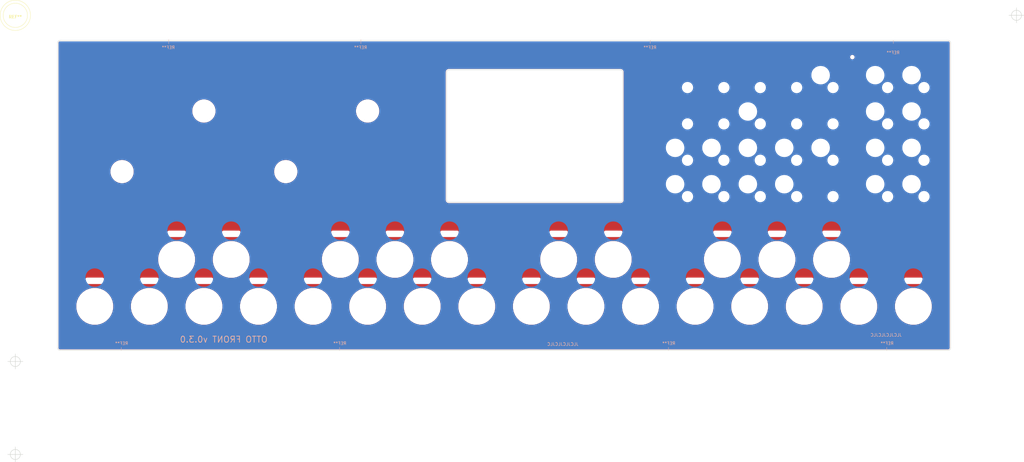
<source format=kicad_pcb>
(kicad_pcb (version 20171130) (host pcbnew 5.1.9)
  (layers (0 F.Cu signal) (31 B.Cu signal) (34 B.Paste user) (35 F.Paste user) (36 B.SilkS user) (37 F.SilkS user) (38 B.Mask user) (39 F.Mask user) (44 Edge.Cuts user))
  (net 0 "")
  (module OTTO_Footprints_Lib:RightAngle_Large (layer B.Cu) (at 50.56 9.32 180)
    (fp_text reference REF** (at 0.1 -1.3) (layer B.SilkS) (effects (justify mirror)))
    (fp_text value RightAngle_Large)
  )
  (module OTTO_Footprints_Lib:RightAngle_Large (layer B.Cu) (at 113.98 9.32 180)
    (fp_text reference REF** (at 0.1 -1.3) (layer B.SilkS) (effects (justify mirror)))
    (fp_text value RightAngle_Large)
  )
  (module OTTO_Footprints_Lib:RightAngle_Small (layer B.Cu) (at 34.96 109.61)
    (fp_text reference REF** (at 0.1 -1.3) (layer B.SilkS) (effects (justify mirror)))
    (fp_text value RightAngle_Small)
  )
  (module OTTO_Footprints_Lib:RightAngle_Small (layer B.Cu) (at 106.93 109.6)
    (fp_text reference REF** (at 0.1 -1.3) (layer B.SilkS) (effects (justify mirror)))
    (fp_text value RightAngle_Small)
  )
  (module OTTO_Footprints_Lib:RightAngle_Small (layer B.Cu) (at 209.43 9.32 180)
    (fp_text reference REF** (at 0.1 -1.3) (layer B.SilkS) (effects (justify mirror)))
    (fp_text value RightAngle_Small)
  )
  (module OTTO_Footprints_Lib:RightAngle_Small (layer B.Cu) (at 289.61 9.32 180)
    (fp_text reference REF** (at 0.1 -3) (layer B.SilkS) (effects (justify mirror)))
    (fp_text value RightAngle_Small)
  )
  (module OTTO_Footprints_Lib:RightAngle_Small (layer B.Cu) (at 215.43 109.6)
    (fp_text reference REF** (at 0.1 -1.3) (layer B.SilkS) (effects (justify mirror)))
    (fp_text value RightAngle_Small)
  )
  (module OTTO_Footprints_Lib:RightAngle_Small (layer B.Cu) (at 287.43 109.6)
    (fp_text reference REF** (at 0.1 -1.3) (layer B.SilkS) (effects (justify mirror)))
    (fp_text value RightAngle_Small)
  )
  (module OTTO_Footprints_Lib:mic_hole_front_plate (layer F.Cu) (at 276.07 13.8)
    (fp_text reference REF** hide)
    (fp_text value mic_hole_front_plate)
    (pad "" np_thru_hole circle (at 0 0) (size 1 1) (drill 1) (layers *.Cu *.Mask))
  )
  (module OTTO_Footprints_Lib:ALPS_SKHC (layer F.Cu) (at 134.2 96.1)
    (fp_text reference SW7 (at 0 0 90) (layer F.SilkS))
    (fp_text value "ALPS SKHC")
    (pad "" np_thru_hole circle (at 0 0) (size 11.7 11.7) (drill 11.7) (layers *.Cu *.Mask))
  )
  (module OTTO_Icons_Lib:icons_grid_v3 (layer F.Cu) (at 256.09 37.63)
    (fp_text reference G*** hide)
    (fp_text value LOGO hide)
  )
  (module OTTO_Icons_Lib:logo (layer F.Cu) (at 35.1256 27.0588)
    (fp_text reference G*** hide)
    (fp_text value LOGO hide)
  )
  (module OTTO_Icons_Lib:only_hole (layer F.Cu) (at 221.7 59.85)
    (fp_text reference G*** hide)
    (fp_text value LOGO hide)
    (pad "" np_thru_hole circle (at 0 0) (size 3.2 3.2) (drill 3.2) (layers *.Cu *.Mask))
  )
  (module OTTO_Icons_Lib:only_hole (layer F.Cu) (at 299.7 47.85)
    (fp_text reference G*** hide)
    (fp_text value LOGO hide)
    (pad "" np_thru_hole circle (at 0 0) (size 3.2 3.2) (drill 3.2) (layers *.Cu *.Mask))
  )
  (module OTTO_Icons_Lib:only_hole (layer F.Cu) (at 287.7 47.85)
    (fp_text reference G*** hide)
    (fp_text value LOGO hide)
    (pad "" np_thru_hole circle (at 0 0) (size 3.2 3.2) (drill 3.2) (layers *.Cu *.Mask))
  )
  (module OTTO_Icons_Lib:only_hole (layer F.Cu) (at 233.7 47.85)
    (fp_text reference G*** hide)
    (fp_text value LOGO hide)
    (pad "" np_thru_hole circle (at 0 0) (size 3.2 3.2) (drill 3.2) (layers *.Cu *.Mask))
  )
  (module OTTO_Icons_Lib:only_hole (layer F.Cu) (at 221.7 47.85)
    (fp_text reference G*** hide)
    (fp_text value LOGO hide)
    (pad "" np_thru_hole circle (at 0 0) (size 3.2 3.2) (drill 3.2) (layers *.Cu *.Mask))
  )
  (module OTTO_Icons_Lib:only_hole (layer F.Cu) (at 299.7 35.85)
    (fp_text reference G*** hide)
    (fp_text value LOGO hide)
    (pad "" np_thru_hole circle (at 0 0) (size 3.2 3.2) (drill 3.2) (layers *.Cu *.Mask))
  )
  (module OTTO_Icons_Lib:only_hole (layer F.Cu) (at 287.7 35.85)
    (fp_text reference G*** hide)
    (fp_text value LOGO hide)
    (pad "" np_thru_hole circle (at 0 0) (size 3.2 3.2) (drill 3.2) (layers *.Cu *.Mask))
  )
  (module OTTO_Icons_Lib:only_hole (layer F.Cu) (at 269.7 35.85)
    (fp_text reference G*** hide)
    (fp_text value LOGO hide)
    (pad "" np_thru_hole circle (at 0 0) (size 3.2 3.2) (drill 3.2) (layers *.Cu *.Mask))
  )
  (module OTTO_Icons_Lib:only_hole (layer F.Cu) (at 257.7 35.85)
    (fp_text reference G*** hide)
    (fp_text value LOGO hide)
    (pad "" np_thru_hole circle (at 0 0) (size 3.2 3.2) (drill 3.2) (layers *.Cu *.Mask))
  )
  (module OTTO_Icons_Lib:only_hole (layer F.Cu) (at 245.7 35.85)
    (fp_text reference G*** hide)
    (fp_text value LOGO hide)
    (pad "" np_thru_hole circle (at 0 0) (size 3.2 3.2) (drill 3.2) (layers *.Cu *.Mask))
  )
  (module OTTO_Icons_Lib:only_hole (layer F.Cu) (at 233.7 35.85)
    (fp_text reference G*** hide)
    (fp_text value LOGO hide)
    (pad "" np_thru_hole circle (at 0 0) (size 3.2 3.2) (drill 3.2) (layers *.Cu *.Mask))
  )
  (module OTTO_Icons_Lib:only_hole (layer F.Cu) (at 221.7 35.85)
    (fp_text reference G*** hide)
    (fp_text value LOGO hide)
    (pad "" np_thru_hole circle (at 0 0) (size 3.2 3.2) (drill 3.2) (layers *.Cu *.Mask))
  )
  (module OTTO_Icons_Lib:only_hole (layer F.Cu) (at 299.7 23.85)
    (fp_text reference G*** hide)
    (fp_text value LOGO hide)
    (pad "" np_thru_hole circle (at 0 0) (size 3.2 3.2) (drill 3.2) (layers *.Cu *.Mask))
  )
  (module OTTO_Icons_Lib:only_hole (layer F.Cu) (at 287.7 23.85)
    (fp_text reference G*** hide)
    (fp_text value LOGO hide)
    (pad "" np_thru_hole circle (at 0 0) (size 3.2 3.2) (drill 3.2) (layers *.Cu *.Mask))
  )
  (module OTTO_Icons_Lib:only_hole (layer F.Cu) (at 269.7 23.85)
    (fp_text reference G*** hide)
    (fp_text value LOGO hide)
    (pad "" np_thru_hole circle (at 0 0) (size 3.2 3.2) (drill 3.2) (layers *.Cu *.Mask))
  )
  (module OTTO_Icons_Lib:only_hole (layer F.Cu) (at 257.7 23.85)
    (fp_text reference G*** hide)
    (fp_text value LOGO hide)
    (pad "" np_thru_hole circle (at 0 0) (size 3.2 3.2) (drill 3.2) (layers *.Cu *.Mask))
  )
  (module OTTO_Icons_Lib:only_hole (layer F.Cu) (at 245.7 23.85)
    (fp_text reference G*** hide)
    (fp_text value LOGO hide)
    (pad "" np_thru_hole circle (at 0 0) (size 3.2 3.2) (drill 3.2) (layers *.Cu *.Mask))
  )
  (module OTTO_Icons_Lib:only_hole (layer F.Cu) (at 233.7 23.85)
    (fp_text reference G*** hide)
    (fp_text value LOGO hide)
    (pad "" np_thru_hole circle (at 0 0) (size 3.2 3.2) (drill 3.2) (layers *.Cu *.Mask))
  )
  (module OTTO_Icons_Lib:only_hole (layer F.Cu) (at 221.7 23.85)
    (fp_text reference G*** hide)
    (fp_text value LOGO hide)
    (pad "" np_thru_hole circle (at 0 0) (size 3.2 3.2) (drill 3.2) (layers *.Cu *.Mask))
  )
  (module OTTO_Icons_Lib:f_icon (layer F.Cu) (at 269.7 59.85)
    (fp_text reference G*** hide)
    (fp_text value LOGO hide)
    (pad "" np_thru_hole circle (at 0 0) (size 3.2 3.2) (drill 3.2) (layers *.Cu *.Mask))
  )
  (module OTTO_Icons_Lib:e_icon (layer F.Cu) (at 257.7 59.85)
    (fp_text reference G*** hide)
    (fp_text value LOGO hide)
    (pad "" np_thru_hole circle (at 0 0) (size 3.2 3.2) (drill 3.2) (layers *.Cu *.Mask))
  )
  (module OTTO_Icons_Lib:d_icon (layer F.Cu) (at 245.7 59.85)
    (fp_text reference G*** hide)
    (fp_text value LOGO hide)
    (pad "" np_thru_hole circle (at 0 0) (size 3.2 3.2) (drill 3.2) (layers *.Cu *.Mask))
  )
  (module OTTO_Icons_Lib:c_icon (layer F.Cu) (at 233.7 59.85)
    (fp_text reference G*** hide)
    (fp_text value LOGO hide)
    (pad "" np_thru_hole circle (at 0 0) (size 3.2 3.2) (drill 3.2) (layers *.Cu *.Mask))
  )
  (module OTTO_Icons_Lib:b_icon (layer F.Cu) (at 257.7 47.85)
    (fp_text reference G*** hide)
    (fp_text value LOGO hide)
    (pad "" np_thru_hole circle (at 0 0) (size 3.2 3.2) (drill 3.2) (layers *.Cu *.Mask))
  )
  (module OTTO_Icons_Lib:a_icon (layer F.Cu) (at 245.7 47.85)
    (fp_text reference G*** hide)
    (fp_text value LOGO hide)
    (pad "" np_thru_hole circle (at 0 0) (size 3.2 3.2) (drill 3.2) (layers *.Cu *.Mask))
  )
  (module OTTO_Footprints_Lib:AUX_BOARD (layer F.Cu) (at 0 0)
    (fp_text reference REF** (at 0 0.5) (layer F.SilkS))
    (fp_text value AUX_BOARD)
  )
  (module OTTO_Footprints_Lib:MAIN_BOARD (layer F.Cu) (at 0 0)
    (fp_text reference REF** (at 0 0.5) (layer F.SilkS))
    (fp_text value MAIN_BOARD)
  )
  (module OTTO_Footprints_Lib:6x6mm_Switch (layer F.Cu) (at 269.7 47.85 45)
    (fp_text reference SW38 hide)
    (fp_text value 6x6x13mm)
    (pad "" np_thru_hole circle (at 0 0 45) (size 3.2 3.2) (drill 3.2) (layers *.Cu *.Mask))
  )
  (module OTTO_Footprints_Lib:6x6mm_Switch (layer F.Cu) (at 299.7 59.85 45)
    (fp_text reference SW33 hide)
    (fp_text value 6x6x13mm)
    (pad "" np_thru_hole circle (at 0 0 45) (size 3.2 3.2) (drill 3.2) (layers *.Cu *.Mask))
  )
  (module OTTO_Footprints_Lib:6x6mm_Switch (layer F.Cu) (at 287.7 59.85 45)
    (fp_text reference SW32 hide)
    (fp_text value 6x6x13mm)
    (pad "" np_thru_hole circle (at 0 0 45) (size 3.2 3.2) (drill 3.2) (layers *.Cu *.Mask))
  )
  (module OTTO_Footprints_Lib:ALPS_SKHC (layer F.Cu) (at 44.2 96.1)
    (fp_text reference SW2 (at 0 0) (layer F.SilkS))
    (fp_text value "ALPS SKHC")
    (pad "" np_thru_hole circle (at 0 0) (size 11.7 11.7) (drill 11.7) (layers *.Cu *.Mask))
  )
  (module OTTO_Footprints_Lib:ALPS_SKHC (layer F.Cu) (at 26.2 96.1)
    (fp_text reference SW1 (at 0 0 180) (layer F.SilkS))
    (fp_text value "ALPS SKHC")
    (pad "" np_thru_hole circle (at 0 0) (size 11.7 11.7) (drill 11.7) (layers *.Cu *.Mask))
  )
  (module OTTO_Footprints_Lib:ALPS_SKHC (layer F.Cu) (at 269.2 80.6)
    (fp_text reference SW26 (at 0 0 180) (layer F.SilkS))
    (fp_text value "ALPS SKHC")
    (pad "" np_thru_hole circle (at 0 0) (size 11.7 11.7) (drill 11.7) (layers *.Cu *.Mask))
  )
  (module OTTO_Footprints_Lib:ALPS_SKHC (layer F.Cu) (at 251.2 80.6)
    (fp_text reference SW25 (at 0 0 180) (layer F.SilkS))
    (fp_text value "ALPS SKHC")
    (pad "" np_thru_hole circle (at 0 0) (size 11.7 11.7) (drill 11.7) (layers *.Cu *.Mask))
  )
  (module OTTO_Footprints_Lib:ALPS_SKHC (layer F.Cu) (at 125.2 80.6)
    (fp_text reference SW20 (at 0 0 180) (layer F.SilkS))
    (fp_text value "ALPS SKHC")
    (pad "" np_thru_hole circle (at 0 0) (size 11.7 11.7) (drill 11.7) (layers *.Cu *.Mask))
  )
  (module OTTO_Footprints_Lib:ALPS_SKHC (layer F.Cu) (at 107.2 80.6)
    (fp_text reference SW19 (at 0 0 180) (layer F.SilkS))
    (fp_text value "ALPS SKHC")
    (pad "" np_thru_hole circle (at 0 0) (size 11.7 11.7) (drill 11.7) (layers *.Cu *.Mask))
  )
  (module OTTO_Footprints_Lib:ALPS_SKHC (layer F.Cu) (at 260.2 96.1)
    (fp_text reference SW14 (at 0 0 180) (layer F.SilkS))
    (fp_text value "ALPS SKHC")
    (pad "" np_thru_hole circle (at 0 0) (size 11.7 11.7) (drill 11.7) (layers *.Cu *.Mask))
  )
  (module OTTO_Footprints_Lib:ALPS_SKHC (layer F.Cu) (at 242.2 96.1)
    (fp_text reference SW13 (at 0 0 180) (layer F.SilkS))
    (fp_text value "ALPS SKHC")
    (pad "" np_thru_hole circle (at 0 0) (size 11.7 11.7) (drill 11.7) (layers *.Cu *.Mask))
  )
  (module OTTO_Footprints_Lib:ALPS_SKHC (layer F.Cu) (at 224.2 96.1)
    (fp_text reference SW12 (at 0 0 180) (layer F.SilkS))
    (fp_text value "ALPS SKHC")
    (pad "" np_thru_hole circle (at 0 0) (size 11.7 11.7) (drill 11.7) (layers *.Cu *.Mask))
  )
  (module OTTO_Footprints_Lib:ALPS_SKHC (layer F.Cu) (at 206.2 96.1)
    (fp_text reference SW11 (at 0 0 90) (layer F.SilkS))
    (fp_text value "ALPS SKHC")
    (pad "" np_thru_hole circle (at 0 0) (size 11.7 11.7) (drill 11.7) (layers *.Cu *.Mask))
  )
  (module OTTO_Footprints_Lib:ALPS_SKHC (layer F.Cu) (at 188.2 96.1)
    (fp_text reference SW10 (at 0 0 180) (layer F.SilkS))
    (fp_text value "ALPS SKHC")
    (pad "" np_thru_hole circle (at 0 0) (size 11.7 11.7) (drill 11.7) (layers *.Cu *.Mask))
  )
  (module OTTO_Footprints_Lib:ALPS_SKHC (layer F.Cu) (at 170.2 96.1)
    (fp_text reference SW9 (at 0 0 180) (layer F.SilkS))
    (fp_text value "ALPS SKHC")
    (pad "" np_thru_hole circle (at 0 0) (size 11.7 11.7) (drill 11.7) (layers *.Cu *.Mask))
  )
  (module OTTO_Footprints_Lib:ALPS_SKHC (layer F.Cu) (at 152.2 96.1)
    (fp_text reference SW8 (at 0 0 180) (layer F.SilkS))
    (fp_text value "ALPS SKHC")
    (pad "" np_thru_hole circle (at 0 0) (size 11.7 11.7) (drill 11.7) (layers *.Cu *.Mask))
  )
  (module OTTO_Footprints_Lib:ALPS_SKHC (layer F.Cu) (at 116.2 96.1)
    (fp_text reference SW6 (at 0 0 180) (layer F.SilkS))
    (fp_text value "ALPS SKHC")
    (pad "" np_thru_hole circle (at 0 0) (size 11.7 11.7) (drill 11.7) (layers *.Cu *.Mask))
  )
  (module OTTO_Footprints_Lib:ALPS_SKHC (layer F.Cu) (at 98.2 96.1)
    (fp_text reference SW5 (at 0 0 180) (layer F.SilkS))
    (fp_text value "ALPS SKHC")
    (pad "" np_thru_hole circle (at 0 0) (size 11.7 11.7) (drill 11.7) (layers *.Cu *.Mask))
  )
  (module OTTO_Footprints_Lib:ALPS_SKHC (layer F.Cu) (at 80.2 96.1)
    (fp_text reference SW4 (at 0 0 180) (layer F.SilkS))
    (fp_text value "ALPS SKHC")
    (pad "" np_thru_hole circle (at 0 0) (size 11.7 11.7) (drill 11.7) (layers *.Cu *.Mask))
  )
  (module OTTO_Footprints_Lib:ALPS_SKHC (layer F.Cu) (at 62.2 96.1)
    (fp_text reference SW3 (at 0 0 180) (layer F.SilkS))
    (fp_text value "ALPS SKHC")
    (pad "" np_thru_hole circle (at 0 0) (size 11.7 11.7) (drill 11.7) (layers *.Cu *.Mask))
  )
  (module OTTO_Footprints_Lib:ALPS_SKHC (layer F.Cu) (at 233.2 80.6)
    (fp_text reference SW24 (at 0 0 90) (layer F.SilkS))
    (fp_text value "ALPS SKHC")
    (pad "" np_thru_hole circle (at 0 0) (size 11.7 11.7) (drill 11.7) (layers *.Cu *.Mask))
  )
  (module OTTO_Footprints_Lib:ALPS_SKHC (layer F.Cu) (at 197.2 80.6)
    (fp_text reference SW23 (at 0 0 180) (layer F.SilkS))
    (fp_text value "ALPS SKHC")
    (pad "" np_thru_hole circle (at 0 0) (size 11.7 11.7) (drill 11.7) (layers *.Cu *.Mask))
  )
  (module OTTO_Footprints_Lib:ALPS_SKHC (layer F.Cu) (at 179.2 80.6)
    (fp_text reference SW22 (at 0 0 180) (layer F.SilkS))
    (fp_text value "ALPS SKHC")
    (pad "" np_thru_hole circle (at 0 0) (size 11.7 11.7) (drill 11.7) (layers *.Cu *.Mask))
  )
  (module OTTO_Footprints_Lib:ALPS_SKHC (layer F.Cu) (at 143.2 80.6)
    (fp_text reference SW21 (at 0 0 180) (layer F.SilkS))
    (fp_text value "ALPS SKHC")
    (pad "" np_thru_hole circle (at 0 0) (size 11.7 11.7) (drill 11.7) (layers *.Cu *.Mask))
  )
  (module OTTO_Footprints_Lib:ALPS_SKHC (layer F.Cu) (at 71.2 80.6)
    (fp_text reference SW18 (at 0 0 180) (layer F.SilkS))
    (fp_text value "ALPS SKHC")
    (pad "" np_thru_hole circle (at 0 0) (size 11.7 11.7) (drill 11.7) (layers *.Cu *.Mask))
  )
  (module OTTO_Footprints_Lib:ALPS_SKHC (layer F.Cu) (at 53.2 80.6)
    (fp_text reference SW17 (at 0 0 90) (layer F.SilkS))
    (fp_text value "ALPS SKHC")
    (pad "" np_thru_hole circle (at 0 0) (size 11.7 11.7) (drill 11.7) (layers *.Cu *.Mask))
  )
  (module OTTO_Footprints_Lib:ALPS_SKHC (layer F.Cu) (at 296.2 96.1)
    (fp_text reference SW16 (at 0 0 180) (layer F.SilkS))
    (fp_text value "ALPS SKHC")
    (pad "" np_thru_hole circle (at 0 0) (size 11.7 11.7) (drill 11.7) (layers *.Cu *.Mask))
  )
  (module OTTO_Footprints_Lib:ALPS_SKHC (layer F.Cu) (at 278.2 96.1)
    (fp_text reference SW15 (at 0 0 90) (layer F.SilkS))
    (fp_text value "ALPS SKHC")
    (pad "" np_thru_hole circle (at 0 0) (size 11.7 11.7) (drill 11.7) (layers *.Cu *.Mask))
  )
  (module OTTO_Footprints_Lib:ALPS_EC11 (layer F.Cu) (at 35.2 51.6)
    (fp_text reference ENC1 hide)
    (fp_text value "ALPS EC11E183440C")
    (pad "" np_thru_hole circle (at 0 0) (size 7.2 7.2) (drill 7.2) (layers *.Cu *.Mask))
  )
  (module OTTO_Footprints_Lib:ALPS_EC11 (layer F.Cu) (at 89.2 51.6)
    (fp_text reference ENC3 hide)
    (fp_text value "ALPS EC11E183440C")
    (pad "" np_thru_hole circle (at 0 0) (size 7.2 7.2) (drill 7.2) (layers *.Cu *.Mask))
  )
  (module OTTO_Footprints_Lib:ALPS_EC11 (layer F.Cu) (at 62.2 31.6)
    (fp_text reference ENC2 hide)
    (fp_text value "ALPS EC11E183440C")
    (pad "" np_thru_hole circle (at 0 0) (size 7.2 7.2) (drill 7.2) (layers *.Cu *.Mask))
  )
  (module OTTO_Footprints_Lib:ALPS_EC11 (layer F.Cu) (at 116.2 31.6 90)
    (fp_text reference ENC4 hide)
    (fp_text value "ALPS EC11E183440C")
    (pad "" np_thru_hole circle (at 0 0 90) (size 7.2 7.2) (drill 7.2) (layers *.Cu *.Mask))
  )
  (gr_text "OTTO FRONT v0.3.0" (at 68.7336 107.0188) (layer B.SilkS) (effects (font (size 2 2) (thickness 0.25)) (justify mirror)))
  (gr_text JLCJLCJLCJLC (at 180.5836 108.5888) (layer B.SilkS) (effects (font (size 1 1)) (justify mirror)))
  (gr_arc (start 307.67 9.1) (end 308.47 9.1) (angle -90) (layer Edge.Cuts) (width 0.15))
  (gr_arc (start 307.67 109.8) (end 307.67 110.6) (angle -90) (layer Edge.Cuts) (width 0.15))
  (gr_arc (start 14.73 109.8) (end 13.93 109.8) (angle -90) (layer Edge.Cuts) (width 0.15))
  (gr_arc (start 14.73 9.1) (end 14.73 8.3) (angle -90) (layer Edge.Cuts) (width 0.15))
  (gr_line (start 307.67 8.3) (end 14.73 8.3) (layer Edge.Cuts) (width 0.15))
  (gr_line (start 13.93 9.1) (end 13.93 109.8) (layer Edge.Cuts) (width 0.15))
  (gr_line (start 308.47 109.8) (end 308.47 9.1) (layer Edge.Cuts) (width 0.15))
  (gr_line (start 14.73 110.6) (end 307.67 110.6) (layer Edge.Cuts) (width 0.15))
  (target plus (at 0 145) (size 5) (width 0.15) (layer Edge.Cuts))
  (gr_arc (start 199.59 60.95) (end 199.59 61.7) (angle -90) (layer Edge.Cuts) (width 0.15))
  (gr_arc (start 142.991041 60.95) (end 142.241041 60.95) (angle -90) (layer Edge.Cuts) (width 0.15))
  (gr_text JLCJLCJLCJLC (at 287.2 105.55) (layer B.SilkS) (effects (font (size 1 1)) (justify mirror)))
  (gr_arc (start 142.99 18.75) (end 142.99 18) (angle -90) (layer Edge.Cuts) (width 0.15))
  (gr_arc (start 199.59 18.75) (end 200.34 18.75) (angle -90) (layer Edge.Cuts) (width 0.15))
  (gr_line (start 142.99 18) (end 199.59 18) (layer Edge.Cuts) (width 0.15))
  (gr_line (start 142.991041 61.7) (end 199.59 61.7) (layer Edge.Cuts) (width 0.15))
  (gr_line (start 142.24 18.75) (end 142.241041 60.95) (layer Edge.Cuts) (width 0.15))
  (gr_line (start 200.34 18.75) (end 200.34 60.95) (layer Edge.Cuts) (width 0.15))
  (target plus (at 0 114.3) (size 5) (width 0.15) (layer Edge.Cuts))
  (target plus (at 330.2 0) (size 5) (width 0.15) (layer Edge.Cuts))
  (zone (net 0) (net_name "") (layer F.Cu) (connect_pads yes (clearance 0.25)) (min_thickness 0.25) (fill yes (arc_segments 32) (thermal_gap 0.5) (thermal_bridge_width 0.5) (smoothing fillet))
    (polygon (pts (xy 12.01 7.41) (xy 312.16 6.62) (xy 312.01 111.65) (xy 12 112.31)))
  )
  (zone (net 0) (net_name "") (layer B.Cu) (connect_pads yes (clearance 0.25)) (min_thickness 0.25) (fill yes (arc_segments 32) (thermal_gap 0.5) (thermal_bridge_width 0.5))
    (polygon (pts (xy 10 6.5) (xy 314 6.5) (xy 314 111.88) (xy 10 111.34) (xy 10 8.5)))
  )
  (zone (net 0) (net_name "") (layer B.Cu) (connect_pads yes (clearance 0.25)) (min_thickness 0.25)
    (keepout (tracks not_allowed) (vias not_allowed) (copperpour not_allowed))
    (fill (arc_segments 16) (thermal_gap 0.5) (thermal_bridge_width 0.5))
    (polygon (pts (xy 50.2 70.475) (xy 50.375 69.875) (xy 50.65 69.375) (xy 50.85 69.125) (xy 51.05 68.925) (xy 51.5 68.55) (xy 52 68.3) (xy 52.525 68.125) (xy 53.2 68.05) (xy 53.875 68.125) (xy 54.4 68.275) (xy 54.9 68.55) (xy 55.375 68.925) (xy 55.75 69.4) (xy 56.025 69.9) (xy 56.2 70.5) (xy 56.275 71.1) (xy 56.2 71.775) (xy 56.025 72.325) (xy 55.75 72.825) (xy 55.375 73.275) (xy 54.9 73.65) (xy 54.4 73.925) (xy 53.8 74.1) (xy 53.2 74.15) (xy 52.55 74.075) (xy 52 73.9) (xy 51.5 73.625) (xy 51.075 73.3) (xy 50.65 72.8) (xy 50.4 72.3) (xy 50.2 71.75) (xy 50.15 71.1)))
  )
  (zone (net 0) (net_name "") (layer B.Cu) (connect_pads yes (clearance 0.25)) (min_thickness 0.25)
    (keepout (tracks not_allowed) (vias not_allowed) (copperpour not_allowed))
    (fill (arc_segments 16) (thermal_gap 0.5) (thermal_bridge_width 0.5))
    (polygon (pts (xy 68.2 70.475) (xy 68.375 69.875) (xy 68.65 69.375) (xy 68.85 69.125) (xy 69.05 68.925) (xy 69.5 68.55) (xy 70 68.3) (xy 70.525 68.125) (xy 71.2 68.05) (xy 71.875 68.125) (xy 72.4 68.275) (xy 72.9 68.55) (xy 73.375 68.925) (xy 73.75 69.4) (xy 74.025 69.9) (xy 74.2 70.5) (xy 74.275 71.1) (xy 74.2 71.775) (xy 74.025 72.325) (xy 73.75 72.825) (xy 73.375 73.275) (xy 72.9 73.65) (xy 72.4 73.925) (xy 71.8 74.1) (xy 71.2 74.15) (xy 70.55 74.075) (xy 70 73.9) (xy 69.5 73.625) (xy 69.075 73.3) (xy 68.65 72.8) (xy 68.4 72.3) (xy 68.2 71.75) (xy 68.15 71.1)))
  )
  (zone (net 0) (net_name "") (layer B.Cu) (connect_pads yes (clearance 0.25)) (min_thickness 0.25)
    (keepout (tracks not_allowed) (vias not_allowed) (copperpour not_allowed))
    (fill (arc_segments 16) (thermal_gap 0.5) (thermal_bridge_width 0.5))
    (polygon (pts (xy 68.2 70.475) (xy 68.375 69.875) (xy 68.65 69.375) (xy 68.85 69.125) (xy 69.05 68.925) (xy 69.5 68.55) (xy 70 68.3) (xy 70.525 68.125) (xy 71.2 68.05) (xy 71.875 68.125) (xy 72.4 68.275) (xy 72.9 68.55) (xy 73.375 68.925) (xy 73.75 69.4) (xy 74.025 69.9) (xy 74.2 70.5) (xy 74.275 71.1) (xy 74.2 71.775) (xy 74.025 72.325) (xy 73.75 72.825) (xy 73.375 73.275) (xy 72.9 73.65) (xy 72.4 73.925) (xy 71.8 74.1) (xy 71.2 74.15) (xy 70.55 74.075) (xy 70 73.9) (xy 69.5 73.625) (xy 69.075 73.3) (xy 68.65 72.8) (xy 68.4 72.3) (xy 68.2 71.75) (xy 68.15 71.1)))
  )
  (zone (net 0) (net_name "") (layer B.Cu) (connect_pads yes (clearance 0.25)) (min_thickness 0.25)
    (keepout (tracks not_allowed) (vias not_allowed) (copperpour not_allowed))
    (fill (arc_segments 16) (thermal_gap 0.5) (thermal_bridge_width 0.5))
    (polygon (pts (xy 104.2 70.475) (xy 104.375 69.875) (xy 104.65 69.375) (xy 104.85 69.125) (xy 105.05 68.925) (xy 105.5 68.55) (xy 106 68.3) (xy 106.525 68.125) (xy 107.2 68.05) (xy 107.875 68.125) (xy 108.4 68.275) (xy 108.9 68.55) (xy 109.375 68.925) (xy 109.75 69.4) (xy 110.025 69.9) (xy 110.2 70.5) (xy 110.275 71.1) (xy 110.2 71.775) (xy 110.025 72.325) (xy 109.75 72.825) (xy 109.375 73.275) (xy 108.9 73.65) (xy 108.4 73.925) (xy 107.8 74.1) (xy 107.2 74.15) (xy 106.55 74.075) (xy 106 73.9) (xy 105.5 73.625) (xy 105.075 73.3) (xy 104.65 72.8) (xy 104.4 72.3) (xy 104.2 71.75) (xy 104.15 71.1)))
  )
  (zone (net 0) (net_name "") (layer B.Cu) (connect_pads yes (clearance 0.25)) (min_thickness 0.25)
    (keepout (tracks not_allowed) (vias not_allowed) (copperpour not_allowed))
    (fill (arc_segments 16) (thermal_gap 0.5) (thermal_bridge_width 0.5))
    (polygon (pts (xy 104.2 70.475) (xy 104.375 69.875) (xy 104.65 69.375) (xy 104.85 69.125) (xy 105.05 68.925) (xy 105.5 68.55) (xy 106 68.3) (xy 106.525 68.125) (xy 107.2 68.05) (xy 107.875 68.125) (xy 108.4 68.275) (xy 108.9 68.55) (xy 109.375 68.925) (xy 109.75 69.4) (xy 110.025 69.9) (xy 110.2 70.5) (xy 110.275 71.1) (xy 110.2 71.775) (xy 110.025 72.325) (xy 109.75 72.825) (xy 109.375 73.275) (xy 108.9 73.65) (xy 108.4 73.925) (xy 107.8 74.1) (xy 107.2 74.15) (xy 106.55 74.075) (xy 106 73.9) (xy 105.5 73.625) (xy 105.075 73.3) (xy 104.65 72.8) (xy 104.4 72.3) (xy 104.2 71.75) (xy 104.15 71.1)))
  )
  (zone (net 0) (net_name "") (layer B.Cu) (connect_pads yes (clearance 0.25)) (min_thickness 0.25)
    (keepout (tracks not_allowed) (vias not_allowed) (copperpour not_allowed))
    (fill (arc_segments 16) (thermal_gap 0.5) (thermal_bridge_width 0.5))
    (polygon (pts (xy 122.2 70.475) (xy 122.375 69.875) (xy 122.65 69.375) (xy 122.85 69.125) (xy 123.05 68.925) (xy 123.5 68.55) (xy 124 68.3) (xy 124.525 68.125) (xy 125.2 68.05) (xy 125.875 68.125) (xy 126.4 68.275) (xy 126.9 68.55) (xy 127.375 68.925) (xy 127.75 69.4) (xy 128.025 69.9) (xy 128.2 70.5) (xy 128.275 71.1) (xy 128.2 71.775) (xy 128.025 72.325) (xy 127.75 72.825) (xy 127.375 73.275) (xy 126.9 73.65) (xy 126.4 73.925) (xy 125.8 74.1) (xy 125.2 74.15) (xy 124.55 74.075) (xy 124 73.9) (xy 123.5 73.625) (xy 123.075 73.3) (xy 122.65 72.8) (xy 122.4 72.3) (xy 122.2 71.75) (xy 122.15 71.1)))
  )
  (zone (net 0) (net_name "") (layer B.Cu) (connect_pads yes (clearance 0.25)) (min_thickness 0.25)
    (keepout (tracks not_allowed) (vias not_allowed) (copperpour not_allowed))
    (fill (arc_segments 16) (thermal_gap 0.5) (thermal_bridge_width 0.5))
    (polygon (pts (xy 122.2 70.475) (xy 122.375 69.875) (xy 122.65 69.375) (xy 122.85 69.125) (xy 123.05 68.925) (xy 123.5 68.55) (xy 124 68.3) (xy 124.525 68.125) (xy 125.2 68.05) (xy 125.875 68.125) (xy 126.4 68.275) (xy 126.9 68.55) (xy 127.375 68.925) (xy 127.75 69.4) (xy 128.025 69.9) (xy 128.2 70.5) (xy 128.275 71.1) (xy 128.2 71.775) (xy 128.025 72.325) (xy 127.75 72.825) (xy 127.375 73.275) (xy 126.9 73.65) (xy 126.4 73.925) (xy 125.8 74.1) (xy 125.2 74.15) (xy 124.55 74.075) (xy 124 73.9) (xy 123.5 73.625) (xy 123.075 73.3) (xy 122.65 72.8) (xy 122.4 72.3) (xy 122.2 71.75) (xy 122.15 71.1)))
  )
  (zone (net 0) (net_name "") (layer B.Cu) (connect_pads yes (clearance 0.25)) (min_thickness 0.25)
    (keepout (tracks not_allowed) (vias not_allowed) (copperpour not_allowed))
    (fill (arc_segments 16) (thermal_gap 0.5) (thermal_bridge_width 0.5))
    (polygon (pts (xy 140.2 70.475) (xy 140.375 69.875) (xy 140.65 69.375) (xy 140.85 69.125) (xy 141.05 68.925) (xy 141.5 68.55) (xy 142 68.3) (xy 142.525 68.125) (xy 143.2 68.05) (xy 143.875 68.125) (xy 144.4 68.275) (xy 144.9 68.55) (xy 145.375 68.925) (xy 145.75 69.4) (xy 146.025 69.9) (xy 146.2 70.5) (xy 146.275 71.1) (xy 146.2 71.775) (xy 146.025 72.325) (xy 145.75 72.825) (xy 145.375 73.275) (xy 144.9 73.65) (xy 144.4 73.925) (xy 143.8 74.1) (xy 143.2 74.15) (xy 142.55 74.075) (xy 142 73.9) (xy 141.5 73.625) (xy 141.075 73.3) (xy 140.65 72.8) (xy 140.4 72.3) (xy 140.2 71.75) (xy 140.15 71.1)))
  )
  (zone (net 0) (net_name "") (layer B.Cu) (connect_pads yes (clearance 0.25)) (min_thickness 0.25)
    (keepout (tracks not_allowed) (vias not_allowed) (copperpour not_allowed))
    (fill (arc_segments 16) (thermal_gap 0.5) (thermal_bridge_width 0.5))
    (polygon (pts (xy 140.2 70.475) (xy 140.375 69.875) (xy 140.65 69.375) (xy 140.85 69.125) (xy 141.05 68.925) (xy 141.5 68.55) (xy 142 68.3) (xy 142.525 68.125) (xy 143.2 68.05) (xy 143.875 68.125) (xy 144.4 68.275) (xy 144.9 68.55) (xy 145.375 68.925) (xy 145.75 69.4) (xy 146.025 69.9) (xy 146.2 70.5) (xy 146.275 71.1) (xy 146.2 71.775) (xy 146.025 72.325) (xy 145.75 72.825) (xy 145.375 73.275) (xy 144.9 73.65) (xy 144.4 73.925) (xy 143.8 74.1) (xy 143.2 74.15) (xy 142.55 74.075) (xy 142 73.9) (xy 141.5 73.625) (xy 141.075 73.3) (xy 140.65 72.8) (xy 140.4 72.3) (xy 140.2 71.75) (xy 140.15 71.1)))
  )
  (zone (net 0) (net_name "") (layer B.Cu) (connect_pads yes (clearance 0.25)) (min_thickness 0.25)
    (keepout (tracks not_allowed) (vias not_allowed) (copperpour not_allowed))
    (fill (arc_segments 16) (thermal_gap 0.5) (thermal_bridge_width 0.5))
    (polygon (pts (xy 176.2 70.475) (xy 176.375 69.875) (xy 176.65 69.375) (xy 176.85 69.125) (xy 177.05 68.925) (xy 177.5 68.55) (xy 178 68.3) (xy 178.525 68.125) (xy 179.2 68.05) (xy 179.875 68.125) (xy 180.4 68.275) (xy 180.9 68.55) (xy 181.375 68.925) (xy 181.75 69.4) (xy 182.025 69.9) (xy 182.2 70.5) (xy 182.275 71.1) (xy 182.2 71.775) (xy 182.025 72.325) (xy 181.75 72.825) (xy 181.375 73.275) (xy 180.9 73.65) (xy 180.4 73.925) (xy 179.8 74.1) (xy 179.2 74.15) (xy 178.55 74.075) (xy 178 73.9) (xy 177.5 73.625) (xy 177.075 73.3) (xy 176.65 72.8) (xy 176.4 72.3) (xy 176.2 71.75) (xy 176.15 71.1)))
  )
  (zone (net 0) (net_name "") (layer B.Cu) (connect_pads yes (clearance 0.25)) (min_thickness 0.25)
    (keepout (tracks not_allowed) (vias not_allowed) (copperpour not_allowed))
    (fill (arc_segments 16) (thermal_gap 0.5) (thermal_bridge_width 0.5))
    (polygon (pts (xy 176.2 70.475) (xy 176.375 69.875) (xy 176.65 69.375) (xy 176.85 69.125) (xy 177.05 68.925) (xy 177.5 68.55) (xy 178 68.3) (xy 178.525 68.125) (xy 179.2 68.05) (xy 179.875 68.125) (xy 180.4 68.275) (xy 180.9 68.55) (xy 181.375 68.925) (xy 181.75 69.4) (xy 182.025 69.9) (xy 182.2 70.5) (xy 182.275 71.1) (xy 182.2 71.775) (xy 182.025 72.325) (xy 181.75 72.825) (xy 181.375 73.275) (xy 180.9 73.65) (xy 180.4 73.925) (xy 179.8 74.1) (xy 179.2 74.15) (xy 178.55 74.075) (xy 178 73.9) (xy 177.5 73.625) (xy 177.075 73.3) (xy 176.65 72.8) (xy 176.4 72.3) (xy 176.2 71.75) (xy 176.15 71.1)))
  )
  (zone (net 0) (net_name "") (layer B.Cu) (connect_pads yes (clearance 0.25)) (min_thickness 0.25)
    (keepout (tracks not_allowed) (vias not_allowed) (copperpour not_allowed))
    (fill (arc_segments 16) (thermal_gap 0.5) (thermal_bridge_width 0.5))
    (polygon (pts (xy 266.2 70.475) (xy 266.375 69.875) (xy 266.65 69.375) (xy 266.85 69.125) (xy 267.05 68.925) (xy 267.5 68.55) (xy 268 68.3) (xy 268.525 68.125) (xy 269.2 68.05) (xy 269.875 68.125) (xy 270.4 68.275) (xy 270.9 68.55) (xy 271.375 68.925) (xy 271.75 69.4) (xy 272.025 69.9) (xy 272.2 70.5) (xy 272.275 71.1) (xy 272.2 71.775) (xy 272.025 72.325) (xy 271.75 72.825) (xy 271.375 73.275) (xy 270.9 73.65) (xy 270.4 73.925) (xy 269.8 74.1) (xy 269.2 74.15) (xy 268.55 74.075) (xy 268 73.9) (xy 267.5 73.625) (xy 267.075 73.3) (xy 266.65 72.8) (xy 266.4 72.3) (xy 266.2 71.75) (xy 266.15 71.1)))
  )
  (zone (net 0) (net_name "") (layer B.Cu) (connect_pads yes (clearance 0.25)) (min_thickness 0.25)
    (keepout (tracks not_allowed) (vias not_allowed) (copperpour not_allowed))
    (fill (arc_segments 16) (thermal_gap 0.5) (thermal_bridge_width 0.5))
    (polygon (pts (xy 248.2 70.475) (xy 248.375 69.875) (xy 248.65 69.375) (xy 248.85 69.125) (xy 249.05 68.925) (xy 249.5 68.55) (xy 250 68.3) (xy 250.525 68.125) (xy 251.2 68.05) (xy 251.875 68.125) (xy 252.4 68.275) (xy 252.9 68.55) (xy 253.375 68.925) (xy 253.75 69.4) (xy 254.025 69.9) (xy 254.2 70.5) (xy 254.275 71.1) (xy 254.2 71.775) (xy 254.025 72.325) (xy 253.75 72.825) (xy 253.375 73.275) (xy 252.9 73.65) (xy 252.4 73.925) (xy 251.8 74.1) (xy 251.2 74.15) (xy 250.55 74.075) (xy 250 73.9) (xy 249.5 73.625) (xy 249.075 73.3) (xy 248.65 72.8) (xy 248.4 72.3) (xy 248.2 71.75) (xy 248.15 71.1)))
  )
  (zone (net 0) (net_name "") (layer B.Cu) (connect_pads yes (clearance 0.25)) (min_thickness 0.25)
    (keepout (tracks not_allowed) (vias not_allowed) (copperpour not_allowed))
    (fill (arc_segments 16) (thermal_gap 0.5) (thermal_bridge_width 0.5))
    (polygon (pts (xy 266.2 70.475) (xy 266.375 69.875) (xy 266.65 69.375) (xy 266.85 69.125) (xy 267.05 68.925) (xy 267.5 68.55) (xy 268 68.3) (xy 268.525 68.125) (xy 269.2 68.05) (xy 269.875 68.125) (xy 270.4 68.275) (xy 270.9 68.55) (xy 271.375 68.925) (xy 271.75 69.4) (xy 272.025 69.9) (xy 272.2 70.5) (xy 272.275 71.1) (xy 272.2 71.775) (xy 272.025 72.325) (xy 271.75 72.825) (xy 271.375 73.275) (xy 270.9 73.65) (xy 270.4 73.925) (xy 269.8 74.1) (xy 269.2 74.15) (xy 268.55 74.075) (xy 268 73.9) (xy 267.5 73.625) (xy 267.075 73.3) (xy 266.65 72.8) (xy 266.4 72.3) (xy 266.2 71.75) (xy 266.15 71.1)))
  )
  (zone (net 0) (net_name "") (layer B.Cu) (connect_pads yes (clearance 0.25)) (min_thickness 0.25)
    (keepout (tracks not_allowed) (vias not_allowed) (copperpour not_allowed))
    (fill (arc_segments 16) (thermal_gap 0.5) (thermal_bridge_width 0.5))
    (polygon (pts (xy 194.2 70.475) (xy 194.375 69.875) (xy 194.65 69.375) (xy 194.85 69.125) (xy 195.05 68.925) (xy 195.5 68.55) (xy 196 68.3) (xy 196.525 68.125) (xy 197.2 68.05) (xy 197.875 68.125) (xy 198.4 68.275) (xy 198.9 68.55) (xy 199.375 68.925) (xy 199.75 69.4) (xy 200.025 69.9) (xy 200.2 70.5) (xy 200.275 71.1) (xy 200.2 71.775) (xy 200.025 72.325) (xy 199.75 72.825) (xy 199.375 73.275) (xy 198.9 73.65) (xy 198.4 73.925) (xy 197.8 74.1) (xy 197.2 74.15) (xy 196.55 74.075) (xy 196 73.9) (xy 195.5 73.625) (xy 195.075 73.3) (xy 194.65 72.8) (xy 194.4 72.3) (xy 194.2 71.75) (xy 194.15 71.1)))
  )
  (zone (net 0) (net_name "") (layer B.Cu) (connect_pads yes (clearance 0.25)) (min_thickness 0.25)
    (keepout (tracks not_allowed) (vias not_allowed) (copperpour not_allowed))
    (fill (arc_segments 16) (thermal_gap 0.5) (thermal_bridge_width 0.5))
    (polygon (pts (xy 230.2 70.475) (xy 230.375 69.875) (xy 230.65 69.375) (xy 230.85 69.125) (xy 231.05 68.925) (xy 231.5 68.55) (xy 232 68.3) (xy 232.525 68.125) (xy 233.2 68.05) (xy 233.875 68.125) (xy 234.4 68.275) (xy 234.9 68.55) (xy 235.375 68.925) (xy 235.75 69.4) (xy 236.025 69.9) (xy 236.2 70.5) (xy 236.275 71.1) (xy 236.2 71.775) (xy 236.025 72.325) (xy 235.75 72.825) (xy 235.375 73.275) (xy 234.9 73.65) (xy 234.4 73.925) (xy 233.8 74.1) (xy 233.2 74.15) (xy 232.55 74.075) (xy 232 73.9) (xy 231.5 73.625) (xy 231.075 73.3) (xy 230.65 72.8) (xy 230.4 72.3) (xy 230.2 71.75) (xy 230.15 71.1)))
  )
  (zone (net 0) (net_name "") (layer B.Cu) (connect_pads yes (clearance 0.25)) (min_thickness 0.25)
    (keepout (tracks not_allowed) (vias not_allowed) (copperpour not_allowed))
    (fill (arc_segments 16) (thermal_gap 0.5) (thermal_bridge_width 0.5))
    (polygon (pts (xy 194.2 70.475) (xy 194.375 69.875) (xy 194.65 69.375) (xy 194.85 69.125) (xy 195.05 68.925) (xy 195.5 68.55) (xy 196 68.3) (xy 196.525 68.125) (xy 197.2 68.05) (xy 197.875 68.125) (xy 198.4 68.275) (xy 198.9 68.55) (xy 199.375 68.925) (xy 199.75 69.4) (xy 200.025 69.9) (xy 200.2 70.5) (xy 200.275 71.1) (xy 200.2 71.775) (xy 200.025 72.325) (xy 199.75 72.825) (xy 199.375 73.275) (xy 198.9 73.65) (xy 198.4 73.925) (xy 197.8 74.1) (xy 197.2 74.15) (xy 196.55 74.075) (xy 196 73.9) (xy 195.5 73.625) (xy 195.075 73.3) (xy 194.65 72.8) (xy 194.4 72.3) (xy 194.2 71.75) (xy 194.15 71.1)))
  )
  (zone (net 0) (net_name "") (layer B.Cu) (connect_pads yes (clearance 0.25)) (min_thickness 0.25)
    (keepout (tracks not_allowed) (vias not_allowed) (copperpour not_allowed))
    (fill (arc_segments 16) (thermal_gap 0.5) (thermal_bridge_width 0.5))
    (polygon (pts (xy 248.2 70.475) (xy 248.375 69.875) (xy 248.65 69.375) (xy 248.85 69.125) (xy 249.05 68.925) (xy 249.5 68.55) (xy 250 68.3) (xy 250.525 68.125) (xy 251.2 68.05) (xy 251.875 68.125) (xy 252.4 68.275) (xy 252.9 68.55) (xy 253.375 68.925) (xy 253.75 69.4) (xy 254.025 69.9) (xy 254.2 70.5) (xy 254.275 71.1) (xy 254.2 71.775) (xy 254.025 72.325) (xy 253.75 72.825) (xy 253.375 73.275) (xy 252.9 73.65) (xy 252.4 73.925) (xy 251.8 74.1) (xy 251.2 74.15) (xy 250.55 74.075) (xy 250 73.9) (xy 249.5 73.625) (xy 249.075 73.3) (xy 248.65 72.8) (xy 248.4 72.3) (xy 248.2 71.75) (xy 248.15 71.1)))
  )
  (zone (net 0) (net_name "") (layer B.Cu) (connect_pads yes (clearance 0.25)) (min_thickness 0.25)
    (keepout (tracks not_allowed) (vias not_allowed) (copperpour not_allowed))
    (fill (arc_segments 16) (thermal_gap 0.5) (thermal_bridge_width 0.5))
    (polygon (pts (xy 230.2 70.475) (xy 230.375 69.875) (xy 230.65 69.375) (xy 230.85 69.125) (xy 231.05 68.925) (xy 231.5 68.55) (xy 232 68.3) (xy 232.525 68.125) (xy 233.2 68.05) (xy 233.875 68.125) (xy 234.4 68.275) (xy 234.9 68.55) (xy 235.375 68.925) (xy 235.75 69.4) (xy 236.025 69.9) (xy 236.2 70.5) (xy 236.275 71.1) (xy 236.2 71.775) (xy 236.025 72.325) (xy 235.75 72.825) (xy 235.375 73.275) (xy 234.9 73.65) (xy 234.4 73.925) (xy 233.8 74.1) (xy 233.2 74.15) (xy 232.55 74.075) (xy 232 73.9) (xy 231.5 73.625) (xy 231.075 73.3) (xy 230.65 72.8) (xy 230.4 72.3) (xy 230.2 71.75) (xy 230.15 71.1)))
  )
  (zone (net 0) (net_name "") (layer B.Cu) (connect_pads yes (clearance 0.25)) (min_thickness 0.25)
    (keepout (tracks not_allowed) (vias not_allowed) (copperpour not_allowed))
    (fill (arc_segments 16) (thermal_gap 0.5) (thermal_bridge_width 0.5))
    (polygon (pts (xy 262.6 19.135) (xy 262.775 18.535) (xy 263.05 18.035) (xy 263.25 17.785) (xy 263.45 17.585) (xy 263.9 17.21) (xy 264.4 16.96) (xy 264.925 16.785) (xy 265.6 16.71) (xy 266.275 16.785) (xy 266.8 16.935) (xy 267.3 17.21) (xy 267.775 17.585) (xy 268.15 18.06) (xy 268.425 18.56) (xy 268.6 19.16) (xy 268.675 19.76) (xy 268.6 20.435) (xy 268.425 20.985) (xy 268.15 21.485) (xy 267.775 21.935) (xy 267.3 22.31) (xy 266.8 22.585) (xy 266.2 22.76) (xy 265.6 22.81) (xy 264.95 22.735) (xy 264.4 22.56) (xy 263.9 22.285) (xy 263.475 21.96) (xy 263.05 21.46) (xy 262.8 20.96) (xy 262.6 20.41) (xy 262.55 19.76)))
  )
  (zone (net 0) (net_name "") (layer B.Cu) (connect_pads yes (clearance 0.25)) (min_thickness 0.25)
    (keepout (tracks not_allowed) (vias not_allowed) (copperpour not_allowed))
    (fill (arc_segments 16) (thermal_gap 0.5) (thermal_bridge_width 0.5))
    (polygon (pts (xy 292.59 19.125) (xy 292.765 18.525) (xy 293.04 18.025) (xy 293.24 17.775) (xy 293.44 17.575) (xy 293.89 17.2) (xy 294.39 16.95) (xy 294.915 16.775) (xy 295.59 16.7) (xy 296.265 16.775) (xy 296.79 16.925) (xy 297.29 17.2) (xy 297.765 17.575) (xy 298.14 18.05) (xy 298.415 18.55) (xy 298.59 19.15) (xy 298.665 19.75) (xy 298.59 20.425) (xy 298.415 20.975) (xy 298.14 21.475) (xy 297.765 21.925) (xy 297.29 22.3) (xy 296.79 22.575) (xy 296.19 22.75) (xy 295.59 22.8) (xy 294.94 22.725) (xy 294.39 22.55) (xy 293.89 22.275) (xy 293.465 21.95) (xy 293.04 21.45) (xy 292.79 20.95) (xy 292.59 20.4) (xy 292.54 19.75)))
  )
  (zone (net 0) (net_name "") (layer B.Cu) (connect_pads yes (clearance 0.25)) (min_thickness 0.25)
    (keepout (tracks not_allowed) (vias not_allowed) (copperpour not_allowed))
    (fill (arc_segments 16) (thermal_gap 0.5) (thermal_bridge_width 0.5))
    (polygon (pts (xy 280.59 19.125) (xy 280.765 18.525) (xy 281.04 18.025) (xy 281.24 17.775) (xy 281.44 17.575) (xy 281.89 17.2) (xy 282.39 16.95) (xy 282.915 16.775) (xy 283.59 16.7) (xy 284.265 16.775) (xy 284.79 16.925) (xy 285.29 17.2) (xy 285.765 17.575) (xy 286.14 18.05) (xy 286.415 18.55) (xy 286.59 19.15) (xy 286.665 19.75) (xy 286.59 20.425) (xy 286.415 20.975) (xy 286.14 21.475) (xy 285.765 21.925) (xy 285.29 22.3) (xy 284.79 22.575) (xy 284.19 22.75) (xy 283.59 22.8) (xy 282.94 22.725) (xy 282.39 22.55) (xy 281.89 22.275) (xy 281.465 21.95) (xy 281.04 21.45) (xy 280.79 20.95) (xy 280.59 20.4) (xy 280.54 19.75)))
  )
  (zone (net 0) (net_name "") (layer B.Cu) (connect_pads yes (clearance 0.25)) (min_thickness 0.25)
    (keepout (tracks not_allowed) (vias not_allowed) (copperpour not_allowed))
    (fill (arc_segments 16) (thermal_gap 0.5) (thermal_bridge_width 0.5))
    (polygon (pts (xy 292.59 31.125) (xy 292.765 30.525) (xy 293.04 30.025) (xy 293.24 29.775) (xy 293.44 29.575) (xy 293.89 29.2) (xy 294.39 28.95) (xy 294.915 28.775) (xy 295.59 28.7) (xy 296.265 28.775) (xy 296.79 28.925) (xy 297.29 29.2) (xy 297.765 29.575) (xy 298.14 30.05) (xy 298.415 30.55) (xy 298.59 31.15) (xy 298.665 31.75) (xy 298.59 32.425) (xy 298.415 32.975) (xy 298.14 33.475) (xy 297.765 33.925) (xy 297.29 34.3) (xy 296.79 34.575) (xy 296.19 34.75) (xy 295.59 34.8) (xy 294.94 34.725) (xy 294.39 34.55) (xy 293.89 34.275) (xy 293.465 33.95) (xy 293.04 33.45) (xy 292.79 32.95) (xy 292.59 32.4) (xy 292.54 31.75)))
  )
  (zone (net 0) (net_name "") (layer B.Cu) (connect_pads yes (clearance 0.25)) (min_thickness 0.25)
    (keepout (tracks not_allowed) (vias not_allowed) (copperpour not_allowed))
    (fill (arc_segments 16) (thermal_gap 0.5) (thermal_bridge_width 0.5))
    (polygon (pts (xy 280.59 31.125) (xy 280.765 30.525) (xy 281.04 30.025) (xy 281.24 29.775) (xy 281.44 29.575) (xy 281.89 29.2) (xy 282.39 28.95) (xy 282.915 28.775) (xy 283.59 28.7) (xy 284.265 28.775) (xy 284.79 28.925) (xy 285.29 29.2) (xy 285.765 29.575) (xy 286.14 30.05) (xy 286.415 30.55) (xy 286.59 31.15) (xy 286.665 31.75) (xy 286.59 32.425) (xy 286.415 32.975) (xy 286.14 33.475) (xy 285.765 33.925) (xy 285.29 34.3) (xy 284.79 34.575) (xy 284.19 34.75) (xy 283.59 34.8) (xy 282.94 34.725) (xy 282.39 34.55) (xy 281.89 34.275) (xy 281.465 33.95) (xy 281.04 33.45) (xy 280.79 32.95) (xy 280.59 32.4) (xy 280.54 31.75)))
  )
  (zone (net 0) (net_name "") (layer B.Cu) (connect_pads yes (clearance 0.25)) (min_thickness 0.25)
    (keepout (tracks not_allowed) (vias not_allowed) (copperpour not_allowed))
    (fill (arc_segments 16) (thermal_gap 0.5) (thermal_bridge_width 0.5))
    (polygon (pts (xy 238.6 31.135) (xy 238.775 30.535) (xy 239.05 30.035) (xy 239.25 29.785) (xy 239.45 29.585) (xy 239.9 29.21) (xy 240.4 28.96) (xy 240.925 28.785) (xy 241.6 28.71) (xy 242.275 28.785) (xy 242.8 28.935) (xy 243.3 29.21) (xy 243.775 29.585) (xy 244.15 30.06) (xy 244.425 30.56) (xy 244.6 31.16) (xy 244.675 31.76) (xy 244.6 32.435) (xy 244.425 32.985) (xy 244.15 33.485) (xy 243.775 33.935) (xy 243.3 34.31) (xy 242.8 34.585) (xy 242.2 34.76) (xy 241.6 34.81) (xy 240.95 34.735) (xy 240.4 34.56) (xy 239.9 34.285) (xy 239.475 33.96) (xy 239.05 33.46) (xy 238.8 32.96) (xy 238.6 32.41) (xy 238.55 31.76)))
  )
  (zone (net 0) (net_name "") (layer B.Cu) (connect_pads yes (clearance 0.25)) (min_thickness 0.25)
    (keepout (tracks not_allowed) (vias not_allowed) (copperpour not_allowed))
    (fill (arc_segments 16) (thermal_gap 0.5) (thermal_bridge_width 0.5))
    (polygon (pts (xy 238.6 55.135) (xy 238.775 54.535) (xy 239.05 54.035) (xy 239.25 53.785) (xy 239.45 53.585) (xy 239.9 53.21) (xy 240.4 52.96) (xy 240.925 52.785) (xy 241.6 52.71) (xy 242.275 52.785) (xy 242.8 52.935) (xy 243.3 53.21) (xy 243.775 53.585) (xy 244.15 54.06) (xy 244.425 54.56) (xy 244.6 55.16) (xy 244.675 55.76) (xy 244.6 56.435) (xy 244.425 56.985) (xy 244.15 57.485) (xy 243.775 57.935) (xy 243.3 58.31) (xy 242.8 58.585) (xy 242.2 58.76) (xy 241.6 58.81) (xy 240.95 58.735) (xy 240.4 58.56) (xy 239.9 58.285) (xy 239.475 57.96) (xy 239.05 57.46) (xy 238.8 56.96) (xy 238.6 56.41) (xy 238.55 55.76)))
  )
  (zone (net 0) (net_name "") (layer B.Cu) (connect_pads yes (clearance 0.25)) (min_thickness 0.25)
    (keepout (tracks not_allowed) (vias not_allowed) (copperpour not_allowed))
    (fill (arc_segments 16) (thermal_gap 0.5) (thermal_bridge_width 0.5))
    (polygon (pts (xy 250.6 55.135) (xy 250.775 54.535) (xy 251.05 54.035) (xy 251.25 53.785) (xy 251.45 53.585) (xy 251.9 53.21) (xy 252.4 52.96) (xy 252.925 52.785) (xy 253.6 52.71) (xy 254.275 52.785) (xy 254.8 52.935) (xy 255.3 53.21) (xy 255.775 53.585) (xy 256.15 54.06) (xy 256.425 54.56) (xy 256.6 55.16) (xy 256.675 55.76) (xy 256.6 56.435) (xy 256.425 56.985) (xy 256.15 57.485) (xy 255.775 57.935) (xy 255.3 58.31) (xy 254.8 58.585) (xy 254.2 58.76) (xy 253.6 58.81) (xy 252.95 58.735) (xy 252.4 58.56) (xy 251.9 58.285) (xy 251.475 57.96) (xy 251.05 57.46) (xy 250.8 56.96) (xy 250.6 56.41) (xy 250.55 55.76)))
  )
  (zone (net 0) (net_name "") (layer B.Cu) (connect_pads yes (clearance 0.25)) (min_thickness 0.25)
    (keepout (tracks not_allowed) (vias not_allowed) (copperpour not_allowed))
    (fill (arc_segments 16) (thermal_gap 0.5) (thermal_bridge_width 0.5))
    (polygon (pts (xy 292.59 55.125) (xy 292.765 54.525) (xy 293.04 54.025) (xy 293.24 53.775) (xy 293.44 53.575) (xy 293.89 53.2) (xy 294.39 52.95) (xy 294.915 52.775) (xy 295.59 52.7) (xy 296.265 52.775) (xy 296.79 52.925) (xy 297.29 53.2) (xy 297.765 53.575) (xy 298.14 54.05) (xy 298.415 54.55) (xy 298.59 55.15) (xy 298.665 55.75) (xy 298.59 56.425) (xy 298.415 56.975) (xy 298.14 57.475) (xy 297.765 57.925) (xy 297.29 58.3) (xy 296.79 58.575) (xy 296.19 58.75) (xy 295.59 58.8) (xy 294.94 58.725) (xy 294.39 58.55) (xy 293.89 58.275) (xy 293.465 57.95) (xy 293.04 57.45) (xy 292.79 56.95) (xy 292.59 56.4) (xy 292.54 55.75)))
  )
  (zone (net 0) (net_name "") (layer B.Cu) (connect_pads yes (clearance 0.25)) (min_thickness 0.25)
    (keepout (tracks not_allowed) (vias not_allowed) (copperpour not_allowed))
    (fill (arc_segments 16) (thermal_gap 0.5) (thermal_bridge_width 0.5))
    (polygon (pts (xy 226.6 55.135) (xy 226.775 54.535) (xy 227.05 54.035) (xy 227.25 53.785) (xy 227.45 53.585) (xy 227.9 53.21) (xy 228.4 52.96) (xy 228.925 52.785) (xy 229.6 52.71) (xy 230.275 52.785) (xy 230.8 52.935) (xy 231.3 53.21) (xy 231.775 53.585) (xy 232.15 54.06) (xy 232.425 54.56) (xy 232.6 55.16) (xy 232.675 55.76) (xy 232.6 56.435) (xy 232.425 56.985) (xy 232.15 57.485) (xy 231.775 57.935) (xy 231.3 58.31) (xy 230.8 58.585) (xy 230.2 58.76) (xy 229.6 58.81) (xy 228.95 58.735) (xy 228.4 58.56) (xy 227.9 58.285) (xy 227.475 57.96) (xy 227.05 57.46) (xy 226.8 56.96) (xy 226.6 56.41) (xy 226.55 55.76)))
  )
  (zone (net 0) (net_name "") (layer B.Cu) (connect_pads yes (clearance 0.25)) (min_thickness 0.25)
    (keepout (tracks not_allowed) (vias not_allowed) (copperpour not_allowed))
    (fill (arc_segments 16) (thermal_gap 0.5) (thermal_bridge_width 0.5))
    (polygon (pts (xy 137.2 87.225) (xy 137.025 87.825) (xy 136.75 88.325) (xy 136.55 88.575) (xy 136.35 88.775) (xy 135.9 89.15) (xy 135.4 89.4) (xy 134.875 89.575) (xy 134.2 89.65) (xy 133.525 89.575) (xy 133 89.425) (xy 132.5 89.15) (xy 132.025 88.775) (xy 131.65 88.3) (xy 131.375 87.8) (xy 131.2 87.2) (xy 131.125 86.6) (xy 131.2 85.925) (xy 131.375 85.375) (xy 131.65 84.875) (xy 132.025 84.425) (xy 132.5 84.05) (xy 133 83.775) (xy 133.6 83.6) (xy 134.2 83.55) (xy 134.85 83.625) (xy 135.4 83.8) (xy 135.9 84.075) (xy 136.325 84.4) (xy 136.75 84.9) (xy 137 85.4) (xy 137.2 85.95) (xy 137.25 86.6)))
  )
  (zone (net 0) (net_name "") (layer B.Cu) (connect_pads yes (clearance 0.25)) (min_thickness 0.25)
    (keepout (tracks not_allowed) (vias not_allowed) (copperpour not_allowed))
    (fill (arc_segments 16) (thermal_gap 0.5) (thermal_bridge_width 0.5))
    (polygon (pts (xy 119.2 87.225) (xy 119.025 87.825) (xy 118.75 88.325) (xy 118.55 88.575) (xy 118.35 88.775) (xy 117.9 89.15) (xy 117.4 89.4) (xy 116.875 89.575) (xy 116.2 89.65) (xy 115.525 89.575) (xy 115 89.425) (xy 114.5 89.15) (xy 114.025 88.775) (xy 113.65 88.3) (xy 113.375 87.8) (xy 113.2 87.2) (xy 113.125 86.6) (xy 113.2 85.925) (xy 113.375 85.375) (xy 113.65 84.875) (xy 114.025 84.425) (xy 114.5 84.05) (xy 115 83.775) (xy 115.6 83.6) (xy 116.2 83.55) (xy 116.85 83.625) (xy 117.4 83.8) (xy 117.9 84.075) (xy 118.325 84.4) (xy 118.75 84.9) (xy 119 85.4) (xy 119.2 85.95) (xy 119.25 86.6)))
  )
  (zone (net 0) (net_name "") (layer B.Cu) (connect_pads yes (clearance 0.25)) (min_thickness 0.25)
    (keepout (tracks not_allowed) (vias not_allowed) (copperpour not_allowed))
    (fill (arc_segments 16) (thermal_gap 0.5) (thermal_bridge_width 0.5))
    (polygon (pts (xy 65.2 87.225) (xy 65.025 87.825) (xy 64.75 88.325) (xy 64.55 88.575) (xy 64.35 88.775) (xy 63.9 89.15) (xy 63.4 89.4) (xy 62.875 89.575) (xy 62.2 89.65) (xy 61.525 89.575) (xy 61 89.425) (xy 60.5 89.15) (xy 60.025 88.775) (xy 59.65 88.3) (xy 59.375 87.8) (xy 59.2 87.2) (xy 59.125 86.6) (xy 59.2 85.925) (xy 59.375 85.375) (xy 59.65 84.875) (xy 60.025 84.425) (xy 60.5 84.05) (xy 61 83.775) (xy 61.6 83.6) (xy 62.2 83.55) (xy 62.85 83.625) (xy 63.4 83.8) (xy 63.9 84.075) (xy 64.325 84.4) (xy 64.75 84.9) (xy 65 85.4) (xy 65.2 85.95) (xy 65.25 86.6)))
  )
  (zone (net 0) (net_name "") (layer B.Cu) (connect_pads yes (clearance 0.25)) (min_thickness 0.25)
    (keepout (tracks not_allowed) (vias not_allowed) (copperpour not_allowed))
    (fill (arc_segments 16) (thermal_gap 0.5) (thermal_bridge_width 0.5))
    (polygon (pts (xy 83.2 87.225) (xy 83.025 87.825) (xy 82.75 88.325) (xy 82.55 88.575) (xy 82.35 88.775) (xy 81.9 89.15) (xy 81.4 89.4) (xy 80.875 89.575) (xy 80.2 89.65) (xy 79.525 89.575) (xy 79 89.425) (xy 78.5 89.15) (xy 78.025 88.775) (xy 77.65 88.3) (xy 77.375 87.8) (xy 77.2 87.2) (xy 77.125 86.6) (xy 77.2 85.925) (xy 77.375 85.375) (xy 77.65 84.875) (xy 78.025 84.425) (xy 78.5 84.05) (xy 79 83.775) (xy 79.6 83.6) (xy 80.2 83.55) (xy 80.85 83.625) (xy 81.4 83.8) (xy 81.9 84.075) (xy 82.325 84.4) (xy 82.75 84.9) (xy 83 85.4) (xy 83.2 85.95) (xy 83.25 86.6)))
  )
  (zone (net 0) (net_name "") (layer F.Cu) (connect_pads (clearance 0.25)) (min_thickness 0.254)
    (keepout (tracks not_allowed) (vias not_allowed) (copperpour not_allowed))
    (fill (arc_segments 32) (thermal_gap 0.508) (thermal_bridge_width 0.508))
    (polygon (pts (xy 29.26309 88.11744) (xy 29.2582 88.25248) (xy 29.2328 88.33376) (xy 29.19978 88.41504) (xy 29.1439 88.51156) (xy 29.05682 88.5907) (xy 28.97118 88.64364) (xy 28.8772 88.68682) (xy 28.73766 88.72238) (xy 23.67766 88.72238) (xy 23.52796 88.6919) (xy 23.4289 88.64364) (xy 23.38572 88.61824) (xy 23.33492 88.58014) (xy 23.2765 88.52172) (xy 23.24856 88.48616) (xy 23.22316 88.45314) (xy 23.2003 88.40488) (xy 23.1749 88.35662) (xy 23.15712 88.30328) (xy 23.14188 88.23216) (xy 23.1368 88.14) (xy 23.1368 87.06) (xy 23.1876 86.9266) (xy 23.2257 86.84278) (xy 23.26888 86.79452) (xy 23.29428 86.75642) (xy 23.36 86.7) (xy 23.4 86.67) (xy 23.45 86.64) (xy 23.5 86.62) (xy 23.54 86.61) (xy 23.676 86.58624) (xy 28.79084 86.59132) (xy 28.9 86.62) (xy 29 86.67) (xy 29.0804 86.73356) (xy 29.13628 86.79452) (xy 29.18724 86.8635) (xy 29.2201 86.9266) (xy 29.26582 87.07708)))
  )
  (zone (net 0) (net_name "") (layer B.Cu) (connect_pads yes (clearance 0.25)) (min_thickness 0.25)
    (keepout (tracks not_allowed) (vias not_allowed) (copperpour not_allowed))
    (fill (arc_segments 16) (thermal_gap 0.5) (thermal_bridge_width 0.5))
    (polygon (pts (xy 155.2 87.225) (xy 155.025 87.825) (xy 154.75 88.325) (xy 154.55 88.575) (xy 154.35 88.775) (xy 153.9 89.15) (xy 153.4 89.4) (xy 152.875 89.575) (xy 152.2 89.65) (xy 151.525 89.575) (xy 151 89.425) (xy 150.5 89.15) (xy 150.025 88.775) (xy 149.65 88.3) (xy 149.375 87.8) (xy 149.2 87.2) (xy 149.125 86.6) (xy 149.2 85.925) (xy 149.375 85.375) (xy 149.65 84.875) (xy 150.025 84.425) (xy 150.5 84.05) (xy 151 83.775) (xy 151.6 83.6) (xy 152.2 83.55) (xy 152.85 83.625) (xy 153.4 83.8) (xy 153.9 84.075) (xy 154.325 84.4) (xy 154.75 84.9) (xy 155 85.4) (xy 155.2 85.95) (xy 155.25 86.6)))
  )
  (zone (net 0) (net_name "") (layer B.Cu) (connect_pads yes (clearance 0.25)) (min_thickness 0.25)
    (keepout (tracks not_allowed) (vias not_allowed) (copperpour not_allowed))
    (fill (arc_segments 16) (thermal_gap 0.5) (thermal_bridge_width 0.5))
    (polygon (pts (xy 29.2 87.225) (xy 29.025 87.825) (xy 28.75 88.325) (xy 28.55 88.575) (xy 28.35 88.775) (xy 27.9 89.15) (xy 27.4 89.4) (xy 26.875 89.575) (xy 26.2 89.65) (xy 25.525 89.575) (xy 25 89.425) (xy 24.5 89.15) (xy 24.025 88.775) (xy 23.65 88.3) (xy 23.375 87.8) (xy 23.2 87.2) (xy 23.125 86.6) (xy 23.2 85.925) (xy 23.375 85.375) (xy 23.65 84.875) (xy 24.025 84.425) (xy 24.5 84.05) (xy 25 83.775) (xy 25.6 83.6) (xy 26.2 83.55) (xy 26.85 83.625) (xy 27.4 83.8) (xy 27.9 84.075) (xy 28.325 84.4) (xy 28.75 84.9) (xy 29 85.4) (xy 29.2 85.95) (xy 29.25 86.6)))
  )
  (zone (net 0) (net_name "") (layer B.Cu) (connect_pads yes (clearance 0.25)) (min_thickness 0.25)
    (keepout (tracks not_allowed) (vias not_allowed) (copperpour not_allowed))
    (fill (arc_segments 16) (thermal_gap 0.5) (thermal_bridge_width 0.5))
    (polygon (pts (xy 47.2 87.225) (xy 47.025 87.825) (xy 46.75 88.325) (xy 46.55 88.575) (xy 46.35 88.775) (xy 45.9 89.15) (xy 45.4 89.4) (xy 44.875 89.575) (xy 44.2 89.65) (xy 43.525 89.575) (xy 43 89.425) (xy 42.5 89.15) (xy 42.025 88.775) (xy 41.65 88.3) (xy 41.375 87.8) (xy 41.2 87.2) (xy 41.125 86.6) (xy 41.2 85.925) (xy 41.375 85.375) (xy 41.65 84.875) (xy 42.025 84.425) (xy 42.5 84.05) (xy 43 83.775) (xy 43.6 83.6) (xy 44.2 83.55) (xy 44.85 83.625) (xy 45.4 83.8) (xy 45.9 84.075) (xy 46.325 84.4) (xy 46.75 84.9) (xy 47 85.4) (xy 47.2 85.95) (xy 47.25 86.6)))
  )
  (zone (net 0) (net_name "") (layer B.Cu) (connect_pads yes (clearance 0.25)) (min_thickness 0.25)
    (keepout (tracks not_allowed) (vias not_allowed) (copperpour not_allowed))
    (fill (arc_segments 16) (thermal_gap 0.5) (thermal_bridge_width 0.5))
    (polygon (pts (xy 101.2 87.225) (xy 101.025 87.825) (xy 100.75 88.325) (xy 100.55 88.575) (xy 100.35 88.775) (xy 99.9 89.15) (xy 99.4 89.4) (xy 98.875 89.575) (xy 98.2 89.65) (xy 97.525 89.575) (xy 97 89.425) (xy 96.5 89.15) (xy 96.025 88.775) (xy 95.65 88.3) (xy 95.375 87.8) (xy 95.2 87.2) (xy 95.125 86.6) (xy 95.2 85.925) (xy 95.375 85.375) (xy 95.65 84.875) (xy 96.025 84.425) (xy 96.5 84.05) (xy 97 83.775) (xy 97.6 83.6) (xy 98.2 83.55) (xy 98.85 83.625) (xy 99.4 83.8) (xy 99.9 84.075) (xy 100.325 84.4) (xy 100.75 84.9) (xy 101 85.4) (xy 101.2 85.95) (xy 101.25 86.6)))
  )
  (zone (net 0) (net_name "") (layer B.Cu) (connect_pads yes (clearance 0.25)) (min_thickness 0.25)
    (keepout (tracks not_allowed) (vias not_allowed) (copperpour not_allowed))
    (fill (arc_segments 16) (thermal_gap 0.5) (thermal_bridge_width 0.5))
    (polygon (pts (xy 227.2 87.225) (xy 227.025 87.825) (xy 226.75 88.325) (xy 226.55 88.575) (xy 226.35 88.775) (xy 225.9 89.15) (xy 225.4 89.4) (xy 224.875 89.575) (xy 224.2 89.65) (xy 223.525 89.575) (xy 223 89.425) (xy 222.5 89.15) (xy 222.025 88.775) (xy 221.65 88.3) (xy 221.375 87.8) (xy 221.2 87.2) (xy 221.125 86.6) (xy 221.2 85.925) (xy 221.375 85.375) (xy 221.65 84.875) (xy 222.025 84.425) (xy 222.5 84.05) (xy 223 83.775) (xy 223.6 83.6) (xy 224.2 83.55) (xy 224.85 83.625) (xy 225.4 83.8) (xy 225.9 84.075) (xy 226.325 84.4) (xy 226.75 84.9) (xy 227 85.4) (xy 227.2 85.95) (xy 227.25 86.6)))
  )
  (zone (net 0) (net_name "") (layer B.Cu) (connect_pads yes (clearance 0.25)) (min_thickness 0.25)
    (keepout (tracks not_allowed) (vias not_allowed) (copperpour not_allowed))
    (fill (arc_segments 16) (thermal_gap 0.5) (thermal_bridge_width 0.5))
    (polygon (pts (xy 209.2 87.225) (xy 209.025 87.825) (xy 208.75 88.325) (xy 208.55 88.575) (xy 208.35 88.775) (xy 207.9 89.15) (xy 207.4 89.4) (xy 206.875 89.575) (xy 206.2 89.65) (xy 205.525 89.575) (xy 205 89.425) (xy 204.5 89.15) (xy 204.025 88.775) (xy 203.65 88.3) (xy 203.375 87.8) (xy 203.2 87.2) (xy 203.125 86.6) (xy 203.2 85.925) (xy 203.375 85.375) (xy 203.65 84.875) (xy 204.025 84.425) (xy 204.5 84.05) (xy 205 83.775) (xy 205.6 83.6) (xy 206.2 83.55) (xy 206.85 83.625) (xy 207.4 83.8) (xy 207.9 84.075) (xy 208.325 84.4) (xy 208.75 84.9) (xy 209 85.4) (xy 209.2 85.95) (xy 209.25 86.6)))
  )
  (zone (net 0) (net_name "") (layer B.Cu) (connect_pads yes (clearance 0.25)) (min_thickness 0.25)
    (keepout (tracks not_allowed) (vias not_allowed) (copperpour not_allowed))
    (fill (arc_segments 16) (thermal_gap 0.5) (thermal_bridge_width 0.5))
    (polygon (pts (xy 191.2 87.225) (xy 191.025 87.825) (xy 190.75 88.325) (xy 190.55 88.575) (xy 190.35 88.775) (xy 189.9 89.15) (xy 189.4 89.4) (xy 188.875 89.575) (xy 188.2 89.65) (xy 187.525 89.575) (xy 187 89.425) (xy 186.5 89.15) (xy 186.025 88.775) (xy 185.65 88.3) (xy 185.375 87.8) (xy 185.2 87.2) (xy 185.125 86.6) (xy 185.2 85.925) (xy 185.375 85.375) (xy 185.65 84.875) (xy 186.025 84.425) (xy 186.5 84.05) (xy 187 83.775) (xy 187.6 83.6) (xy 188.2 83.55) (xy 188.85 83.625) (xy 189.4 83.8) (xy 189.9 84.075) (xy 190.325 84.4) (xy 190.75 84.9) (xy 191 85.4) (xy 191.2 85.95) (xy 191.25 86.6)))
  )
  (zone (net 0) (net_name "") (layer B.Cu) (connect_pads yes (clearance 0.25)) (min_thickness 0.25)
    (keepout (tracks not_allowed) (vias not_allowed) (copperpour not_allowed))
    (fill (arc_segments 16) (thermal_gap 0.5) (thermal_bridge_width 0.5))
    (polygon (pts (xy 173.2 87.225) (xy 173.025 87.825) (xy 172.75 88.325) (xy 172.55 88.575) (xy 172.35 88.775) (xy 171.9 89.15) (xy 171.4 89.4) (xy 170.875 89.575) (xy 170.2 89.65) (xy 169.525 89.575) (xy 169 89.425) (xy 168.5 89.15) (xy 168.025 88.775) (xy 167.65 88.3) (xy 167.375 87.8) (xy 167.2 87.2) (xy 167.125 86.6) (xy 167.2 85.925) (xy 167.375 85.375) (xy 167.65 84.875) (xy 168.025 84.425) (xy 168.5 84.05) (xy 169 83.775) (xy 169.6 83.6) (xy 170.2 83.55) (xy 170.85 83.625) (xy 171.4 83.8) (xy 171.9 84.075) (xy 172.325 84.4) (xy 172.75 84.9) (xy 173 85.4) (xy 173.2 85.95) (xy 173.25 86.6)))
  )
  (zone (net 0) (net_name "") (layer B.Cu) (connect_pads yes (clearance 0.25)) (min_thickness 0.25)
    (keepout (tracks not_allowed) (vias not_allowed) (copperpour not_allowed))
    (fill (arc_segments 16) (thermal_gap 0.5) (thermal_bridge_width 0.5))
    (polygon (pts (xy 263.2 87.225) (xy 263.025 87.825) (xy 262.75 88.325) (xy 262.55 88.575) (xy 262.35 88.775) (xy 261.9 89.15) (xy 261.4 89.4) (xy 260.875 89.575) (xy 260.2 89.65) (xy 259.525 89.575) (xy 259 89.425) (xy 258.5 89.15) (xy 258.025 88.775) (xy 257.65 88.3) (xy 257.375 87.8) (xy 257.2 87.2) (xy 257.125 86.6) (xy 257.2 85.925) (xy 257.375 85.375) (xy 257.65 84.875) (xy 258.025 84.425) (xy 258.5 84.05) (xy 259 83.775) (xy 259.6 83.6) (xy 260.2 83.55) (xy 260.85 83.625) (xy 261.4 83.8) (xy 261.9 84.075) (xy 262.325 84.4) (xy 262.75 84.9) (xy 263 85.4) (xy 263.2 85.95) (xy 263.25 86.6)))
  )
  (zone (net 0) (net_name "") (layer B.Cu) (connect_pads yes (clearance 0.25)) (min_thickness 0.25)
    (keepout (tracks not_allowed) (vias not_allowed) (copperpour not_allowed))
    (fill (arc_segments 16) (thermal_gap 0.5) (thermal_bridge_width 0.5))
    (polygon (pts (xy 245.2 87.225) (xy 245.025 87.825) (xy 244.75 88.325) (xy 244.55 88.575) (xy 244.35 88.775) (xy 243.9 89.15) (xy 243.4 89.4) (xy 242.875 89.575) (xy 242.2 89.65) (xy 241.525 89.575) (xy 241 89.425) (xy 240.5 89.15) (xy 240.025 88.775) (xy 239.65 88.3) (xy 239.375 87.8) (xy 239.2 87.2) (xy 239.125 86.6) (xy 239.2 85.925) (xy 239.375 85.375) (xy 239.65 84.875) (xy 240.025 84.425) (xy 240.5 84.05) (xy 241 83.775) (xy 241.6 83.6) (xy 242.2 83.55) (xy 242.85 83.625) (xy 243.4 83.8) (xy 243.9 84.075) (xy 244.325 84.4) (xy 244.75 84.9) (xy 245 85.4) (xy 245.2 85.95) (xy 245.25 86.6)))
  )
  (zone (net 0) (net_name "") (layer B.Cu) (connect_pads yes (clearance 0.25)) (min_thickness 0.25)
    (keepout (tracks not_allowed) (vias not_allowed) (copperpour not_allowed))
    (fill (arc_segments 16) (thermal_gap 0.5) (thermal_bridge_width 0.5))
    (polygon (pts (xy 281.2 87.225) (xy 281.025 87.825) (xy 280.75 88.325) (xy 280.55 88.575) (xy 280.35 88.775) (xy 279.9 89.15) (xy 279.4 89.4) (xy 278.875 89.575) (xy 278.2 89.65) (xy 277.525 89.575) (xy 277 89.425) (xy 276.5 89.15) (xy 276.025 88.775) (xy 275.65 88.3) (xy 275.375 87.8) (xy 275.2 87.2) (xy 275.125 86.6) (xy 275.2 85.925) (xy 275.375 85.375) (xy 275.65 84.875) (xy 276.025 84.425) (xy 276.5 84.05) (xy 277 83.775) (xy 277.6 83.6) (xy 278.2 83.55) (xy 278.85 83.625) (xy 279.4 83.8) (xy 279.9 84.075) (xy 280.325 84.4) (xy 280.75 84.9) (xy 281 85.4) (xy 281.2 85.95) (xy 281.25 86.6)))
  )
  (zone (net 0) (net_name "") (layer B.Cu) (connect_pads yes (clearance 0.25)) (min_thickness 0.25)
    (keepout (tracks not_allowed) (vias not_allowed) (copperpour not_allowed))
    (fill (arc_segments 16) (thermal_gap 0.5) (thermal_bridge_width 0.5))
    (polygon (pts (xy 214.6 55.135) (xy 214.775 54.535) (xy 215.05 54.035) (xy 215.25 53.785) (xy 215.45 53.585) (xy 215.9 53.21) (xy 216.4 52.96) (xy 216.925 52.785) (xy 217.6 52.71) (xy 218.275 52.785) (xy 218.8 52.935) (xy 219.3 53.21) (xy 219.775 53.585) (xy 220.15 54.06) (xy 220.425 54.56) (xy 220.6 55.16) (xy 220.675 55.76) (xy 220.6 56.435) (xy 220.425 56.985) (xy 220.15 57.485) (xy 219.775 57.935) (xy 219.3 58.31) (xy 218.8 58.585) (xy 218.2 58.76) (xy 217.6 58.81) (xy 216.95 58.735) (xy 216.4 58.56) (xy 215.9 58.285) (xy 215.475 57.96) (xy 215.05 57.46) (xy 214.8 56.96) (xy 214.6 56.41) (xy 214.55 55.76)))
  )
  (zone (net 0) (net_name "") (layer B.Cu) (connect_pads yes (clearance 0.25)) (min_thickness 0.25)
    (keepout (tracks not_allowed) (vias not_allowed) (copperpour not_allowed))
    (fill (arc_segments 16) (thermal_gap 0.5) (thermal_bridge_width 0.5))
    (polygon (pts (xy 214.6 43.135) (xy 214.775 42.535) (xy 215.05 42.035) (xy 215.25 41.785) (xy 215.45 41.585) (xy 215.9 41.21) (xy 216.4 40.96) (xy 216.925 40.785) (xy 217.6 40.71) (xy 218.275 40.785) (xy 218.8 40.935) (xy 219.3 41.21) (xy 219.775 41.585) (xy 220.15 42.06) (xy 220.425 42.56) (xy 220.6 43.16) (xy 220.675 43.76) (xy 220.6 44.435) (xy 220.425 44.985) (xy 220.15 45.485) (xy 219.775 45.935) (xy 219.3 46.31) (xy 218.8 46.585) (xy 218.2 46.76) (xy 217.6 46.81) (xy 216.95 46.735) (xy 216.4 46.56) (xy 215.9 46.285) (xy 215.475 45.96) (xy 215.05 45.46) (xy 214.8 44.96) (xy 214.6 44.41) (xy 214.55 43.76)))
  )
  (zone (net 0) (net_name "") (layer B.Cu) (connect_pads yes (clearance 0.25)) (min_thickness 0.25)
    (keepout (tracks not_allowed) (vias not_allowed) (copperpour not_allowed))
    (fill (arc_segments 16) (thermal_gap 0.5) (thermal_bridge_width 0.5))
    (polygon (pts (xy 226.6 43.135) (xy 226.775 42.535) (xy 227.05 42.035) (xy 227.25 41.785) (xy 227.45 41.585) (xy 227.9 41.21) (xy 228.4 40.96) (xy 228.925 40.785) (xy 229.6 40.71) (xy 230.275 40.785) (xy 230.8 40.935) (xy 231.3 41.21) (xy 231.775 41.585) (xy 232.15 42.06) (xy 232.425 42.56) (xy 232.6 43.16) (xy 232.675 43.76) (xy 232.6 44.435) (xy 232.425 44.985) (xy 232.15 45.485) (xy 231.775 45.935) (xy 231.3 46.31) (xy 230.8 46.585) (xy 230.2 46.76) (xy 229.6 46.81) (xy 228.95 46.735) (xy 228.4 46.56) (xy 227.9 46.285) (xy 227.475 45.96) (xy 227.05 45.46) (xy 226.8 44.96) (xy 226.6 44.41) (xy 226.55 43.76)))
  )
  (zone (net 0) (net_name "") (layer B.Cu) (connect_pads yes (clearance 0.25)) (min_thickness 0.25)
    (keepout (tracks not_allowed) (vias not_allowed) (copperpour not_allowed))
    (fill (arc_segments 16) (thermal_gap 0.5) (thermal_bridge_width 0.5))
    (polygon (pts (xy 250.6 43.135) (xy 250.775 42.535) (xy 251.05 42.035) (xy 251.25 41.785) (xy 251.45 41.585) (xy 251.9 41.21) (xy 252.4 40.96) (xy 252.925 40.785) (xy 253.6 40.71) (xy 254.275 40.785) (xy 254.8 40.935) (xy 255.3 41.21) (xy 255.775 41.585) (xy 256.15 42.06) (xy 256.425 42.56) (xy 256.6 43.16) (xy 256.675 43.76) (xy 256.6 44.435) (xy 256.425 44.985) (xy 256.15 45.485) (xy 255.775 45.935) (xy 255.3 46.31) (xy 254.8 46.585) (xy 254.2 46.76) (xy 253.6 46.81) (xy 252.95 46.735) (xy 252.4 46.56) (xy 251.9 46.285) (xy 251.475 45.96) (xy 251.05 45.46) (xy 250.8 44.96) (xy 250.6 44.41) (xy 250.55 43.76)))
  )
  (zone (net 0) (net_name "") (layer B.Cu) (connect_pads yes (clearance 0.25)) (min_thickness 0.25)
    (keepout (tracks not_allowed) (vias not_allowed) (copperpour not_allowed))
    (fill (arc_segments 16) (thermal_gap 0.5) (thermal_bridge_width 0.5))
    (polygon (pts (xy 238.6 43.135) (xy 238.775 42.535) (xy 239.05 42.035) (xy 239.25 41.785) (xy 239.45 41.585) (xy 239.9 41.21) (xy 240.4 40.96) (xy 240.925 40.785) (xy 241.6 40.71) (xy 242.275 40.785) (xy 242.8 40.935) (xy 243.3 41.21) (xy 243.775 41.585) (xy 244.15 42.06) (xy 244.425 42.56) (xy 244.6 43.16) (xy 244.675 43.76) (xy 244.6 44.435) (xy 244.425 44.985) (xy 244.15 45.485) (xy 243.775 45.935) (xy 243.3 46.31) (xy 242.8 46.585) (xy 242.2 46.76) (xy 241.6 46.81) (xy 240.95 46.735) (xy 240.4 46.56) (xy 239.9 46.285) (xy 239.475 45.96) (xy 239.05 45.46) (xy 238.8 44.96) (xy 238.6 44.41) (xy 238.55 43.76)))
  )
  (zone (net 0) (net_name "") (layer B.Cu) (connect_pads yes (clearance 0.25)) (min_thickness 0.25)
    (keepout (tracks not_allowed) (vias not_allowed) (copperpour not_allowed))
    (fill (arc_segments 16) (thermal_gap 0.5) (thermal_bridge_width 0.5))
    (polygon (pts (xy 299.2 87.225) (xy 299.025 87.825) (xy 298.75 88.325) (xy 298.55 88.575) (xy 298.35 88.775) (xy 297.9 89.15) (xy 297.4 89.4) (xy 296.875 89.575) (xy 296.2 89.65) (xy 295.525 89.575) (xy 295 89.425) (xy 294.5 89.15) (xy 294.025 88.775) (xy 293.65 88.3) (xy 293.375 87.8) (xy 293.2 87.2) (xy 293.125 86.6) (xy 293.2 85.925) (xy 293.375 85.375) (xy 293.65 84.875) (xy 294.025 84.425) (xy 294.5 84.05) (xy 295 83.775) (xy 295.6 83.6) (xy 296.2 83.55) (xy 296.85 83.625) (xy 297.4 83.8) (xy 297.9 84.075) (xy 298.325 84.4) (xy 298.75 84.9) (xy 299 85.4) (xy 299.2 85.95) (xy 299.25 86.6)))
  )
  (zone (net 0) (net_name "") (layer F.Cu) (connect_pads (clearance 0.25)) (min_thickness 0.254)
    (keepout (tracks not_allowed) (vias not_allowed) (copperpour not_allowed))
    (fill (arc_segments 32) (thermal_gap 0.508) (thermal_bridge_width 0.508))
    (polygon (pts (xy 224.094177 17.75) (xy 224.094177 24.75) (xy 222.594177 26.25) (xy 215.594177 26.25) (xy 214.094177 24.75) (xy 214.094177 17.75) (xy 215.594177 16.25) (xy 222.594177 16.25)))
  )
  (zone (net 0) (net_name "") (layer F.Cu) (connect_pads (clearance 0.25)) (min_thickness 0.254)
    (keepout (tracks not_allowed) (vias not_allowed) (copperpour not_allowed))
    (fill (arc_segments 32) (thermal_gap 0.508) (thermal_bridge_width 0.508))
    (polygon (pts (xy 224.094177 29.75) (xy 224.094177 36.75) (xy 222.594177 38.25) (xy 215.594177 38.25) (xy 214.094177 36.75) (xy 214.094177 29.75) (xy 215.594177 28.25) (xy 222.594177 28.25)))
  )
  (zone (net 0) (net_name "") (layer F.Cu) (connect_pads (clearance 0.25)) (min_thickness 0.254)
    (keepout (tracks not_allowed) (vias not_allowed) (copperpour not_allowed))
    (fill (arc_segments 32) (thermal_gap 0.508) (thermal_bridge_width 0.508))
    (polygon (pts (xy 224.094177 41.75) (xy 224.094177 48.75) (xy 222.594177 50.25) (xy 215.594177 50.25) (xy 214.094177 48.75) (xy 214.094177 41.75) (xy 215.594177 40.25) (xy 222.594177 40.25)))
  )
  (zone (net 0) (net_name "") (layer F.Cu) (connect_pads (clearance 0.25)) (min_thickness 0.254)
    (keepout (tracks not_allowed) (vias not_allowed) (copperpour not_allowed))
    (fill (arc_segments 32) (thermal_gap 0.508) (thermal_bridge_width 0.508))
    (polygon (pts (xy 224.094177 53.75) (xy 224.094177 60.75) (xy 222.594177 62.25) (xy 215.594177 62.25) (xy 214.094177 60.75) (xy 214.094177 53.75) (xy 215.594177 52.25) (xy 222.594177 52.25)))
  )
  (zone (net 0) (net_name "") (layer F.Cu) (connect_pads (clearance 0.25)) (min_thickness 0.254)
    (keepout (tracks not_allowed) (vias not_allowed) (copperpour not_allowed))
    (fill (arc_segments 32) (thermal_gap 0.508) (thermal_bridge_width 0.508))
    (polygon (pts (xy 236.094177 53.75) (xy 236.094177 60.75) (xy 234.594177 62.25) (xy 227.594177 62.25) (xy 226.094177 60.75) (xy 226.094177 53.75) (xy 227.594177 52.25) (xy 234.594177 52.25)))
  )
  (zone (net 0) (net_name "") (layer F.Cu) (connect_pads (clearance 0.25)) (min_thickness 0.254)
    (keepout (tracks not_allowed) (vias not_allowed) (copperpour not_allowed))
    (fill (arc_segments 32) (thermal_gap 0.508) (thermal_bridge_width 0.508))
    (polygon (pts (xy 236.094177 29.75) (xy 236.094177 36.75) (xy 234.594177 38.25) (xy 227.594177 38.25) (xy 226.094177 36.75) (xy 226.094177 29.75) (xy 227.594177 28.25) (xy 234.594177 28.25)))
  )
  (zone (net 0) (net_name "") (layer F.Cu) (connect_pads (clearance 0.25)) (min_thickness 0.254)
    (keepout (tracks not_allowed) (vias not_allowed) (copperpour not_allowed))
    (fill (arc_segments 32) (thermal_gap 0.508) (thermal_bridge_width 0.508))
    (polygon (pts (xy 236.094177 17.75) (xy 236.094177 24.75) (xy 234.594177 26.25) (xy 227.594177 26.25) (xy 226.094177 24.75) (xy 226.094177 17.75) (xy 227.594177 16.25) (xy 234.594177 16.25)))
  )
  (zone (net 0) (net_name "") (layer F.Cu) (connect_pads (clearance 0.25)) (min_thickness 0.254)
    (keepout (tracks not_allowed) (vias not_allowed) (copperpour not_allowed))
    (fill (arc_segments 32) (thermal_gap 0.508) (thermal_bridge_width 0.508))
    (polygon (pts (xy 248.094177 17.75) (xy 248.094177 24.75) (xy 246.594177 26.25) (xy 239.594177 26.25) (xy 238.094177 24.75) (xy 238.094177 17.75) (xy 239.594177 16.25) (xy 246.594177 16.25)))
  )
  (zone (net 0) (net_name "") (layer F.Cu) (connect_pads (clearance 0.25)) (min_thickness 0.254)
    (keepout (tracks not_allowed) (vias not_allowed) (copperpour not_allowed))
    (fill (arc_segments 32) (thermal_gap 0.508) (thermal_bridge_width 0.508))
    (polygon (pts (xy 248.094177 29.75) (xy 248.094177 36.75) (xy 246.594177 38.25) (xy 239.594177 38.25) (xy 238.094177 36.75) (xy 238.094177 29.75) (xy 239.594177 28.25) (xy 246.594177 28.25)))
  )
  (zone (net 0) (net_name "") (layer F.Cu) (connect_pads (clearance 0.25)) (min_thickness 0.254)
    (keepout (tracks not_allowed) (vias not_allowed) (copperpour not_allowed))
    (fill (arc_segments 32) (thermal_gap 0.508) (thermal_bridge_width 0.508))
    (polygon (pts (xy 248.094177 41.75) (xy 248.094177 48.75) (xy 246.594177 50.25) (xy 239.594177 50.25) (xy 238.094177 48.75) (xy 238.094177 41.75) (xy 239.594177 40.25) (xy 246.594177 40.25)))
  )
  (zone (net 0) (net_name "") (layer F.Cu) (connect_pads (clearance 0.25)) (min_thickness 0.254)
    (keepout (tracks not_allowed) (vias not_allowed) (copperpour not_allowed))
    (fill (arc_segments 32) (thermal_gap 0.508) (thermal_bridge_width 0.508))
    (polygon (pts (xy 248.094177 53.75) (xy 248.094177 60.75) (xy 246.594177 62.25) (xy 239.594177 62.25) (xy 238.094177 60.75) (xy 238.094177 53.75) (xy 239.594177 52.25) (xy 246.594177 52.25)))
  )
  (zone (net 0) (net_name "") (layer F.Cu) (connect_pads (clearance 0.25)) (min_thickness 0.254)
    (keepout (tracks not_allowed) (vias not_allowed) (copperpour not_allowed))
    (fill (arc_segments 32) (thermal_gap 0.508) (thermal_bridge_width 0.508))
    (polygon (pts (xy 260.094177 53.75) (xy 260.094177 60.75) (xy 258.594177 62.25) (xy 251.594177 62.25) (xy 250.094177 60.75) (xy 250.094177 53.75) (xy 251.594177 52.25) (xy 258.594177 52.25)))
  )
  (zone (net 0) (net_name "") (layer F.Cu) (connect_pads (clearance 0.25)) (min_thickness 0.254)
    (keepout (tracks not_allowed) (vias not_allowed) (copperpour not_allowed))
    (fill (arc_segments 32) (thermal_gap 0.508) (thermal_bridge_width 0.508))
    (polygon (pts (xy 260.094177 41.75) (xy 260.094177 48.75) (xy 258.594177 50.25) (xy 251.594177 50.25) (xy 250.094177 48.75) (xy 250.094177 41.75) (xy 251.594177 40.25) (xy 258.594177 40.25)))
  )
  (zone (net 0) (net_name "") (layer F.Cu) (connect_pads (clearance 0.25)) (min_thickness 0.254)
    (keepout (tracks not_allowed) (vias not_allowed) (copperpour not_allowed))
    (fill (arc_segments 32) (thermal_gap 0.508) (thermal_bridge_width 0.508))
    (polygon (pts (xy 260.094177 29.75) (xy 260.094177 36.75) (xy 258.594177 38.25) (xy 251.594177 38.25) (xy 250.094177 36.75) (xy 250.094177 29.75) (xy 251.594177 28.25) (xy 258.594177 28.25)))
  )
  (zone (net 0) (net_name "") (layer F.Cu) (connect_pads (clearance 0.25)) (min_thickness 0.254)
    (keepout (tracks not_allowed) (vias not_allowed) (copperpour not_allowed))
    (fill (arc_segments 32) (thermal_gap 0.508) (thermal_bridge_width 0.508))
    (polygon (pts (xy 260.094177 17.75) (xy 260.094177 24.75) (xy 258.594177 26.25) (xy 251.594177 26.25) (xy 250.094177 24.75) (xy 250.094177 17.75) (xy 251.594177 16.25) (xy 258.594177 16.25)))
  )
  (zone (net 0) (net_name "") (layer F.Cu) (connect_pads (clearance 0.25)) (min_thickness 0.254)
    (keepout (tracks not_allowed) (vias not_allowed) (copperpour not_allowed))
    (fill (arc_segments 32) (thermal_gap 0.508) (thermal_bridge_width 0.508))
    (polygon (pts (xy 272.094177 17.75) (xy 272.094177 24.75) (xy 270.594177 26.25) (xy 263.594177 26.25) (xy 262.094177 24.75) (xy 262.094177 17.75) (xy 263.594177 16.25) (xy 270.594177 16.25)))
  )
  (zone (net 0) (net_name "") (layer F.Cu) (connect_pads (clearance 0.25)) (min_thickness 0.254)
    (keepout (tracks not_allowed) (vias not_allowed) (copperpour not_allowed))
    (fill (arc_segments 32) (thermal_gap 0.508) (thermal_bridge_width 0.508))
    (polygon (pts (xy 272.094177 29.75) (xy 272.094177 36.75) (xy 270.594177 38.25) (xy 263.594177 38.25) (xy 262.094177 36.75) (xy 262.094177 29.75) (xy 263.594177 28.25) (xy 270.594177 28.25)))
  )
  (zone (net 0) (net_name "") (layer F.Cu) (connect_pads (clearance 0.25)) (min_thickness 0.254)
    (keepout (tracks not_allowed) (vias not_allowed) (copperpour not_allowed))
    (fill (arc_segments 32) (thermal_gap 0.508) (thermal_bridge_width 0.508))
    (polygon (pts (xy 272.094177 41.75) (xy 272.094177 48.75) (xy 270.594177 50.25) (xy 263.594177 50.25) (xy 262.094177 48.75) (xy 262.094177 41.75) (xy 263.594177 40.25) (xy 270.594177 40.25)))
  )
  (zone (net 0) (net_name "") (layer F.Cu) (connect_pads (clearance 0.25)) (min_thickness 0.254)
    (keepout (tracks not_allowed) (vias not_allowed) (copperpour not_allowed))
    (fill (arc_segments 32) (thermal_gap 0.508) (thermal_bridge_width 0.508))
    (polygon (pts (xy 272.094177 53.75) (xy 272.094177 60.75) (xy 270.594177 62.25) (xy 263.594177 62.25) (xy 262.094177 60.75) (xy 262.094177 53.75) (xy 263.594177 52.25) (xy 270.594177 52.25)))
  )
  (zone (net 0) (net_name "") (layer F.Cu) (connect_pads (clearance 0.25)) (min_thickness 0.254)
    (keepout (tracks not_allowed) (vias not_allowed) (copperpour not_allowed))
    (fill (arc_segments 32) (thermal_gap 0.508) (thermal_bridge_width 0.508))
    (polygon (pts (xy 290.094177 53.75) (xy 290.094177 60.75) (xy 288.594177 62.25) (xy 281.594177 62.25) (xy 280.094177 60.75) (xy 280.094177 53.75) (xy 281.594177 52.25) (xy 288.594177 52.25)))
  )
  (zone (net 0) (net_name "") (layer F.Cu) (connect_pads (clearance 0.25)) (min_thickness 0.254)
    (keepout (tracks not_allowed) (vias not_allowed) (copperpour not_allowed))
    (fill (arc_segments 32) (thermal_gap 0.508) (thermal_bridge_width 0.508))
    (polygon (pts (xy 302.094177 53.75) (xy 302.094177 60.75) (xy 300.594177 62.25) (xy 293.594177 62.25) (xy 292.094177 60.75) (xy 292.094177 53.75) (xy 293.594177 52.25) (xy 300.594177 52.25)))
  )
  (zone (net 0) (net_name "") (layer F.Cu) (connect_pads (clearance 0.25)) (min_thickness 0.254)
    (keepout (tracks not_allowed) (vias not_allowed) (copperpour not_allowed))
    (fill (arc_segments 32) (thermal_gap 0.508) (thermal_bridge_width 0.508))
    (polygon (pts (xy 302.094177 41.75) (xy 302.094177 48.75) (xy 300.594177 50.25) (xy 293.594177 50.25) (xy 292.094177 48.75) (xy 292.094177 41.75) (xy 293.594177 40.25) (xy 300.594177 40.25)))
  )
  (zone (net 0) (net_name "") (layer F.Cu) (connect_pads (clearance 0.25)) (min_thickness 0.254)
    (keepout (tracks not_allowed) (vias not_allowed) (copperpour not_allowed))
    (fill (arc_segments 32) (thermal_gap 0.508) (thermal_bridge_width 0.508))
    (polygon (pts (xy 290.094177 41.75) (xy 290.094177 48.75) (xy 288.594177 50.25) (xy 281.594177 50.25) (xy 280.094177 48.75) (xy 280.094177 41.75) (xy 281.594177 40.25) (xy 288.594177 40.25)))
  )
  (zone (net 0) (net_name "") (layer F.Cu) (connect_pads (clearance 0.25)) (min_thickness 0.254)
    (keepout (tracks not_allowed) (vias not_allowed) (copperpour not_allowed))
    (fill (arc_segments 32) (thermal_gap 0.508) (thermal_bridge_width 0.508))
    (polygon (pts (xy 290.094177 29.75) (xy 290.094177 36.75) (xy 288.594177 38.25) (xy 281.594177 38.25) (xy 280.094177 36.75) (xy 280.094177 29.75) (xy 281.594177 28.25) (xy 288.594177 28.25)))
  )
  (zone (net 0) (net_name "") (layer F.Cu) (connect_pads (clearance 0.25)) (min_thickness 0.254)
    (keepout (tracks not_allowed) (vias not_allowed) (copperpour not_allowed))
    (fill (arc_segments 32) (thermal_gap 0.508) (thermal_bridge_width 0.508))
    (polygon (pts (xy 302.094177 29.75) (xy 302.094177 36.75) (xy 300.594177 38.25) (xy 293.594177 38.25) (xy 292.094177 36.75) (xy 292.094177 29.75) (xy 293.594177 28.25) (xy 300.594177 28.25)))
  )
  (zone (net 0) (net_name "") (layer F.Cu) (connect_pads (clearance 0.25)) (min_thickness 0.254)
    (keepout (tracks not_allowed) (vias not_allowed) (copperpour not_allowed))
    (fill (arc_segments 32) (thermal_gap 0.508) (thermal_bridge_width 0.508))
    (polygon (pts (xy 302.094177 17.75) (xy 302.094177 24.75) (xy 300.594177 26.25) (xy 293.594177 26.25) (xy 292.094177 24.75) (xy 292.094177 17.75) (xy 293.594177 16.25) (xy 300.594177 16.25)))
  )
  (zone (net 0) (net_name "") (layer F.Cu) (connect_pads (clearance 0.25)) (min_thickness 0.254)
    (keepout (tracks not_allowed) (vias not_allowed) (copperpour not_allowed))
    (fill (arc_segments 32) (thermal_gap 0.508) (thermal_bridge_width 0.508))
    (polygon (pts (xy 290.094177 17.75) (xy 290.094177 24.75) (xy 288.594177 26.25) (xy 281.594177 26.25) (xy 280.094177 24.75) (xy 280.094177 17.75) (xy 281.594177 16.25) (xy 288.594177 16.25)))
  )
  (zone (net 0) (net_name "") (layer F.Cu) (connect_pads (clearance 0.25)) (min_thickness 0.254)
    (keepout (tracks not_allowed) (vias not_allowed) (copperpour not_allowed))
    (fill (arc_segments 32) (thermal_gap 0.508) (thermal_bridge_width 0.508))
    (polygon (pts (xy 236.094177 41.75) (xy 236.094177 48.75) (xy 234.594177 50.25) (xy 227.594177 50.25) (xy 226.094177 48.75) (xy 226.094177 41.75) (xy 227.594177 40.25) (xy 234.594177 40.25)))
  )
  (zone (net 0) (net_name "") (layer B.Cu) (connect_pads yes (clearance 0.25)) (min_thickness 0.25)
    (keepout (tracks not_allowed) (vias not_allowed) (copperpour not_allowed))
    (fill (arc_segments 16) (thermal_gap 0.5) (thermal_bridge_width 0.5))
    (polygon (pts (xy 292.59 43.125) (xy 292.765 42.525) (xy 293.04 42.025) (xy 293.24 41.775) (xy 293.44 41.575) (xy 293.89 41.2) (xy 294.39 40.95) (xy 294.915 40.775) (xy 295.59 40.7) (xy 296.265 40.775) (xy 296.79 40.925) (xy 297.29 41.2) (xy 297.765 41.575) (xy 298.14 42.05) (xy 298.415 42.55) (xy 298.59 43.15) (xy 298.665 43.75) (xy 298.59 44.425) (xy 298.415 44.975) (xy 298.14 45.475) (xy 297.765 45.925) (xy 297.29 46.3) (xy 296.79 46.575) (xy 296.19 46.75) (xy 295.59 46.8) (xy 294.94 46.725) (xy 294.39 46.55) (xy 293.89 46.275) (xy 293.465 45.95) (xy 293.04 45.45) (xy 292.79 44.95) (xy 292.59 44.4) (xy 292.54 43.75)))
  )
  (zone (net 0) (net_name "") (layer B.Cu) (connect_pads yes (clearance 0.25)) (min_thickness 0.25)
    (keepout (tracks not_allowed) (vias not_allowed) (copperpour not_allowed))
    (fill (arc_segments 16) (thermal_gap 0.5) (thermal_bridge_width 0.5))
    (polygon (pts (xy 280.59 43.125) (xy 280.765 42.525) (xy 281.04 42.025) (xy 281.24 41.775) (xy 281.44 41.575) (xy 281.89 41.2) (xy 282.39 40.95) (xy 282.915 40.775) (xy 283.59 40.7) (xy 284.265 40.775) (xy 284.79 40.925) (xy 285.29 41.2) (xy 285.765 41.575) (xy 286.14 42.05) (xy 286.415 42.55) (xy 286.59 43.15) (xy 286.665 43.75) (xy 286.59 44.425) (xy 286.415 44.975) (xy 286.14 45.475) (xy 285.765 45.925) (xy 285.29 46.3) (xy 284.79 46.575) (xy 284.19 46.75) (xy 283.59 46.8) (xy 282.94 46.725) (xy 282.39 46.55) (xy 281.89 46.275) (xy 281.465 45.95) (xy 281.04 45.45) (xy 280.79 44.95) (xy 280.59 44.4) (xy 280.54 43.75)))
  )
  (zone (net 0) (net_name "") (layer B.Cu) (connect_pads yes (clearance 0.25)) (min_thickness 0.25)
    (keepout (tracks not_allowed) (vias not_allowed) (copperpour not_allowed))
    (fill (arc_segments 16) (thermal_gap 0.5) (thermal_bridge_width 0.5))
    (polygon (pts (xy 262.6 43.135) (xy 262.775 42.535) (xy 263.05 42.035) (xy 263.25 41.785) (xy 263.45 41.585) (xy 263.9 41.21) (xy 264.4 40.96) (xy 264.925 40.785) (xy 265.6 40.71) (xy 266.275 40.785) (xy 266.8 40.935) (xy 267.3 41.21) (xy 267.775 41.585) (xy 268.15 42.06) (xy 268.425 42.56) (xy 268.6 43.16) (xy 268.675 43.76) (xy 268.6 44.435) (xy 268.425 44.985) (xy 268.15 45.485) (xy 267.775 45.935) (xy 267.3 46.31) (xy 266.8 46.585) (xy 266.2 46.76) (xy 265.6 46.81) (xy 264.95 46.735) (xy 264.4 46.56) (xy 263.9 46.285) (xy 263.475 45.96) (xy 263.05 45.46) (xy 262.8 44.96) (xy 262.6 44.41) (xy 262.55 43.76)))
  )
  (zone (net 0) (net_name "") (layer F.Cu) (connect_pads (clearance 0.25)) (min_thickness 0.254)
    (keepout (tracks not_allowed) (vias not_allowed) (copperpour not_allowed))
    (fill (arc_segments 32) (thermal_gap 0.508) (thermal_bridge_width 0.508))
    (polygon (pts (xy 47.26309 88.11744) (xy 47.2582 88.25248) (xy 47.2328 88.33376) (xy 47.19978 88.41504) (xy 47.1439 88.51156) (xy 47.05682 88.5907) (xy 46.97118 88.64364) (xy 46.8772 88.68682) (xy 46.73766 88.72238) (xy 41.67766 88.72238) (xy 41.52796 88.6919) (xy 41.4289 88.64364) (xy 41.38572 88.61824) (xy 41.33492 88.58014) (xy 41.2765 88.52172) (xy 41.24856 88.48616) (xy 41.22316 88.45314) (xy 41.2003 88.40488) (xy 41.1749 88.35662) (xy 41.15712 88.30328) (xy 41.14188 88.23216) (xy 41.1368 88.14) (xy 41.1368 87.06) (xy 41.1876 86.9266) (xy 41.2257 86.84278) (xy 41.26888 86.79452) (xy 41.29428 86.75642) (xy 41.36 86.7) (xy 41.4 86.67) (xy 41.45 86.64) (xy 41.5 86.62) (xy 41.54 86.61) (xy 41.676 86.58624) (xy 46.79084 86.59132) (xy 46.9 86.62) (xy 47 86.67) (xy 47.0804 86.73356) (xy 47.13628 86.79452) (xy 47.18724 86.8635) (xy 47.2201 86.9266) (xy 47.26582 87.07708)))
  )
  (zone (net 0) (net_name "") (layer F.Cu) (connect_pads (clearance 0.25)) (min_thickness 0.254)
    (keepout (tracks not_allowed) (vias not_allowed) (copperpour not_allowed))
    (fill (arc_segments 32) (thermal_gap 0.508) (thermal_bridge_width 0.508))
    (polygon (pts (xy 65.26309 88.11744) (xy 65.2582 88.25248) (xy 65.2328 88.33376) (xy 65.19978 88.41504) (xy 65.1439 88.51156) (xy 65.05682 88.5907) (xy 64.97118 88.64364) (xy 64.8772 88.68682) (xy 64.73766 88.72238) (xy 59.67766 88.72238) (xy 59.52796 88.6919) (xy 59.4289 88.64364) (xy 59.38572 88.61824) (xy 59.33492 88.58014) (xy 59.2765 88.52172) (xy 59.24856 88.48616) (xy 59.22316 88.45314) (xy 59.2003 88.40488) (xy 59.1749 88.35662) (xy 59.15712 88.30328) (xy 59.14188 88.23216) (xy 59.1368 88.14) (xy 59.1368 87.06) (xy 59.1876 86.9266) (xy 59.2257 86.84278) (xy 59.26888 86.79452) (xy 59.29428 86.75642) (xy 59.36 86.7) (xy 59.4 86.67) (xy 59.45 86.64) (xy 59.5 86.62) (xy 59.54 86.61) (xy 59.676 86.58624) (xy 64.79084 86.59132) (xy 64.9 86.62) (xy 65 86.67) (xy 65.0804 86.73356) (xy 65.13628 86.79452) (xy 65.18724 86.8635) (xy 65.2201 86.9266) (xy 65.26582 87.07708)))
  )
  (zone (net 0) (net_name "") (layer F.Cu) (connect_pads (clearance 0.25)) (min_thickness 0.254)
    (keepout (tracks not_allowed) (vias not_allowed) (copperpour not_allowed))
    (fill (arc_segments 32) (thermal_gap 0.508) (thermal_bridge_width 0.508))
    (polygon (pts (xy 83.26309 88.11744) (xy 83.2582 88.25248) (xy 83.2328 88.33376) (xy 83.19978 88.41504) (xy 83.1439 88.51156) (xy 83.05682 88.5907) (xy 82.97118 88.64364) (xy 82.8772 88.68682) (xy 82.73766 88.72238) (xy 77.67766 88.72238) (xy 77.52796 88.6919) (xy 77.4289 88.64364) (xy 77.38572 88.61824) (xy 77.33492 88.58014) (xy 77.2765 88.52172) (xy 77.24856 88.48616) (xy 77.22316 88.45314) (xy 77.2003 88.40488) (xy 77.1749 88.35662) (xy 77.15712 88.30328) (xy 77.14188 88.23216) (xy 77.1368 88.14) (xy 77.1368 87.06) (xy 77.1876 86.9266) (xy 77.2257 86.84278) (xy 77.26888 86.79452) (xy 77.29428 86.75642) (xy 77.36 86.7) (xy 77.4 86.67) (xy 77.45 86.64) (xy 77.5 86.62) (xy 77.54 86.61) (xy 77.676 86.58624) (xy 82.79084 86.59132) (xy 82.9 86.62) (xy 83 86.67) (xy 83.0804 86.73356) (xy 83.13628 86.79452) (xy 83.18724 86.8635) (xy 83.2201 86.9266) (xy 83.26582 87.07708)))
  )
  (zone (net 0) (net_name "") (layer F.Cu) (connect_pads (clearance 0.25)) (min_thickness 0.254)
    (keepout (tracks not_allowed) (vias not_allowed) (copperpour not_allowed))
    (fill (arc_segments 32) (thermal_gap 0.508) (thermal_bridge_width 0.508))
    (polygon (pts (xy 101.26309 88.11744) (xy 101.2582 88.25248) (xy 101.2328 88.33376) (xy 101.19978 88.41504) (xy 101.1439 88.51156) (xy 101.05682 88.5907) (xy 100.97118 88.64364) (xy 100.8772 88.68682) (xy 100.73766 88.72238) (xy 95.67766 88.72238) (xy 95.52796 88.6919) (xy 95.4289 88.64364) (xy 95.38572 88.61824) (xy 95.33492 88.58014) (xy 95.2765 88.52172) (xy 95.24856 88.48616) (xy 95.22316 88.45314) (xy 95.2003 88.40488) (xy 95.1749 88.35662) (xy 95.15712 88.30328) (xy 95.14188 88.23216) (xy 95.1368 88.14) (xy 95.1368 87.06) (xy 95.1876 86.9266) (xy 95.2257 86.84278) (xy 95.26888 86.79452) (xy 95.29428 86.75642) (xy 95.36 86.7) (xy 95.4 86.67) (xy 95.45 86.64) (xy 95.5 86.62) (xy 95.54 86.61) (xy 95.676 86.58624) (xy 100.79084 86.59132) (xy 100.9 86.62) (xy 101 86.67) (xy 101.0804 86.73356) (xy 101.13628 86.79452) (xy 101.18724 86.8635) (xy 101.2201 86.9266) (xy 101.26582 87.07708)))
  )
  (zone (net 0) (net_name "") (layer F.Cu) (connect_pads (clearance 0.25)) (min_thickness 0.254)
    (keepout (tracks not_allowed) (vias not_allowed) (copperpour not_allowed))
    (fill (arc_segments 32) (thermal_gap 0.508) (thermal_bridge_width 0.508))
    (polygon (pts (xy 119.26309 88.11744) (xy 119.2582 88.25248) (xy 119.2328 88.33376) (xy 119.19978 88.41504) (xy 119.1439 88.51156) (xy 119.05682 88.5907) (xy 118.97118 88.64364) (xy 118.8772 88.68682) (xy 118.73766 88.72238) (xy 113.67766 88.72238) (xy 113.52796 88.6919) (xy 113.4289 88.64364) (xy 113.38572 88.61824) (xy 113.33492 88.58014) (xy 113.2765 88.52172) (xy 113.24856 88.48616) (xy 113.22316 88.45314) (xy 113.2003 88.40488) (xy 113.1749 88.35662) (xy 113.15712 88.30328) (xy 113.14188 88.23216) (xy 113.1368 88.14) (xy 113.1368 87.06) (xy 113.1876 86.9266) (xy 113.2257 86.84278) (xy 113.26888 86.79452) (xy 113.29428 86.75642) (xy 113.36 86.7) (xy 113.4 86.67) (xy 113.45 86.64) (xy 113.5 86.62) (xy 113.54 86.61) (xy 113.676 86.58624) (xy 118.79084 86.59132) (xy 118.9 86.62) (xy 119 86.67) (xy 119.0804 86.73356) (xy 119.13628 86.79452) (xy 119.18724 86.8635) (xy 119.2201 86.9266) (xy 119.26582 87.07708)))
  )
  (zone (net 0) (net_name "") (layer F.Cu) (connect_pads (clearance 0.25)) (min_thickness 0.254)
    (keepout (tracks not_allowed) (vias not_allowed) (copperpour not_allowed))
    (fill (arc_segments 32) (thermal_gap 0.508) (thermal_bridge_width 0.508))
    (polygon (pts (xy 137.26309 88.11744) (xy 137.2582 88.25248) (xy 137.2328 88.33376) (xy 137.19978 88.41504) (xy 137.1439 88.51156) (xy 137.05682 88.5907) (xy 136.97118 88.64364) (xy 136.8772 88.68682) (xy 136.73766 88.72238) (xy 131.67766 88.72238) (xy 131.52796 88.6919) (xy 131.4289 88.64364) (xy 131.38572 88.61824) (xy 131.33492 88.58014) (xy 131.2765 88.52172) (xy 131.24856 88.48616) (xy 131.22316 88.45314) (xy 131.2003 88.40488) (xy 131.1749 88.35662) (xy 131.15712 88.30328) (xy 131.14188 88.23216) (xy 131.1368 88.14) (xy 131.1368 87.06) (xy 131.1876 86.9266) (xy 131.2257 86.84278) (xy 131.26888 86.79452) (xy 131.29428 86.75642) (xy 131.36 86.7) (xy 131.4 86.67) (xy 131.45 86.64) (xy 131.5 86.62) (xy 131.54 86.61) (xy 131.676 86.58624) (xy 136.79084 86.59132) (xy 136.9 86.62) (xy 137 86.67) (xy 137.0804 86.73356) (xy 137.13628 86.79452) (xy 137.18724 86.8635) (xy 137.2201 86.9266) (xy 137.26582 87.07708)))
  )
  (zone (net 0) (net_name "") (layer F.Cu) (connect_pads (clearance 0.25)) (min_thickness 0.254)
    (keepout (tracks not_allowed) (vias not_allowed) (copperpour not_allowed))
    (fill (arc_segments 32) (thermal_gap 0.508) (thermal_bridge_width 0.508))
    (polygon (pts (xy 155.26309 88.11744) (xy 155.2582 88.25248) (xy 155.2328 88.33376) (xy 155.19978 88.41504) (xy 155.1439 88.51156) (xy 155.05682 88.5907) (xy 154.97118 88.64364) (xy 154.8772 88.68682) (xy 154.73766 88.72238) (xy 149.67766 88.72238) (xy 149.52796 88.6919) (xy 149.4289 88.64364) (xy 149.38572 88.61824) (xy 149.33492 88.58014) (xy 149.2765 88.52172) (xy 149.24856 88.48616) (xy 149.22316 88.45314) (xy 149.2003 88.40488) (xy 149.1749 88.35662) (xy 149.15712 88.30328) (xy 149.14188 88.23216) (xy 149.1368 88.14) (xy 149.1368 87.06) (xy 149.1876 86.9266) (xy 149.2257 86.84278) (xy 149.26888 86.79452) (xy 149.29428 86.75642) (xy 149.36 86.7) (xy 149.4 86.67) (xy 149.45 86.64) (xy 149.5 86.62) (xy 149.54 86.61) (xy 149.676 86.58624) (xy 154.79084 86.59132) (xy 154.9 86.62) (xy 155 86.67) (xy 155.0804 86.73356) (xy 155.13628 86.79452) (xy 155.18724 86.8635) (xy 155.2201 86.9266) (xy 155.26582 87.07708)))
  )
  (zone (net 0) (net_name "") (layer F.Cu) (connect_pads (clearance 0.25)) (min_thickness 0.254)
    (keepout (tracks not_allowed) (vias not_allowed) (copperpour not_allowed))
    (fill (arc_segments 32) (thermal_gap 0.508) (thermal_bridge_width 0.508))
    (polygon (pts (xy 173.26309 88.11744) (xy 173.2582 88.25248) (xy 173.2328 88.33376) (xy 173.19978 88.41504) (xy 173.1439 88.51156) (xy 173.05682 88.5907) (xy 172.97118 88.64364) (xy 172.8772 88.68682) (xy 172.73766 88.72238) (xy 167.67766 88.72238) (xy 167.52796 88.6919) (xy 167.4289 88.64364) (xy 167.38572 88.61824) (xy 167.33492 88.58014) (xy 167.2765 88.52172) (xy 167.24856 88.48616) (xy 167.22316 88.45314) (xy 167.2003 88.40488) (xy 167.1749 88.35662) (xy 167.15712 88.30328) (xy 167.14188 88.23216) (xy 167.1368 88.14) (xy 167.1368 87.06) (xy 167.1876 86.9266) (xy 167.2257 86.84278) (xy 167.26888 86.79452) (xy 167.29428 86.75642) (xy 167.36 86.7) (xy 167.4 86.67) (xy 167.45 86.64) (xy 167.5 86.62) (xy 167.54 86.61) (xy 167.676 86.58624) (xy 172.79084 86.59132) (xy 172.9 86.62) (xy 173 86.67) (xy 173.0804 86.73356) (xy 173.13628 86.79452) (xy 173.18724 86.8635) (xy 173.2201 86.9266) (xy 173.26582 87.07708)))
  )
  (zone (net 0) (net_name "") (layer F.Cu) (connect_pads (clearance 0.25)) (min_thickness 0.254)
    (keepout (tracks not_allowed) (vias not_allowed) (copperpour not_allowed))
    (fill (arc_segments 32) (thermal_gap 0.508) (thermal_bridge_width 0.508))
    (polygon (pts (xy 191.26309 88.11744) (xy 191.2582 88.25248) (xy 191.2328 88.33376) (xy 191.19978 88.41504) (xy 191.1439 88.51156) (xy 191.05682 88.5907) (xy 190.97118 88.64364) (xy 190.8772 88.68682) (xy 190.73766 88.72238) (xy 185.67766 88.72238) (xy 185.52796 88.6919) (xy 185.4289 88.64364) (xy 185.38572 88.61824) (xy 185.33492 88.58014) (xy 185.2765 88.52172) (xy 185.24856 88.48616) (xy 185.22316 88.45314) (xy 185.2003 88.40488) (xy 185.1749 88.35662) (xy 185.15712 88.30328) (xy 185.14188 88.23216) (xy 185.1368 88.14) (xy 185.1368 87.06) (xy 185.1876 86.9266) (xy 185.2257 86.84278) (xy 185.26888 86.79452) (xy 185.29428 86.75642) (xy 185.36 86.7) (xy 185.4 86.67) (xy 185.45 86.64) (xy 185.5 86.62) (xy 185.54 86.61) (xy 185.676 86.58624) (xy 190.79084 86.59132) (xy 190.9 86.62) (xy 191 86.67) (xy 191.0804 86.73356) (xy 191.13628 86.79452) (xy 191.18724 86.8635) (xy 191.2201 86.9266) (xy 191.26582 87.07708)))
  )
  (zone (net 0) (net_name "") (layer F.Cu) (connect_pads (clearance 0.25)) (min_thickness 0.254)
    (keepout (tracks not_allowed) (vias not_allowed) (copperpour not_allowed))
    (fill (arc_segments 32) (thermal_gap 0.508) (thermal_bridge_width 0.508))
    (polygon (pts (xy 209.26309 88.11744) (xy 209.2582 88.25248) (xy 209.2328 88.33376) (xy 209.19978 88.41504) (xy 209.1439 88.51156) (xy 209.05682 88.5907) (xy 208.97118 88.64364) (xy 208.8772 88.68682) (xy 208.73766 88.72238) (xy 203.67766 88.72238) (xy 203.52796 88.6919) (xy 203.4289 88.64364) (xy 203.38572 88.61824) (xy 203.33492 88.58014) (xy 203.2765 88.52172) (xy 203.24856 88.48616) (xy 203.22316 88.45314) (xy 203.2003 88.40488) (xy 203.1749 88.35662) (xy 203.15712 88.30328) (xy 203.14188 88.23216) (xy 203.1368 88.14) (xy 203.1368 87.06) (xy 203.1876 86.9266) (xy 203.2257 86.84278) (xy 203.26888 86.79452) (xy 203.29428 86.75642) (xy 203.36 86.7) (xy 203.4 86.67) (xy 203.45 86.64) (xy 203.5 86.62) (xy 203.54 86.61) (xy 203.676 86.58624) (xy 208.79084 86.59132) (xy 208.9 86.62) (xy 209 86.67) (xy 209.0804 86.73356) (xy 209.13628 86.79452) (xy 209.18724 86.8635) (xy 209.2201 86.9266) (xy 209.26582 87.07708)))
  )
  (zone (net 0) (net_name "") (layer F.Cu) (connect_pads (clearance 0.25)) (min_thickness 0.254)
    (keepout (tracks not_allowed) (vias not_allowed) (copperpour not_allowed))
    (fill (arc_segments 32) (thermal_gap 0.508) (thermal_bridge_width 0.508))
    (polygon (pts (xy 227.26309 88.11744) (xy 227.2582 88.25248) (xy 227.2328 88.33376) (xy 227.19978 88.41504) (xy 227.1439 88.51156) (xy 227.05682 88.5907) (xy 226.97118 88.64364) (xy 226.8772 88.68682) (xy 226.73766 88.72238) (xy 221.67766 88.72238) (xy 221.52796 88.6919) (xy 221.4289 88.64364) (xy 221.38572 88.61824) (xy 221.33492 88.58014) (xy 221.2765 88.52172) (xy 221.24856 88.48616) (xy 221.22316 88.45314) (xy 221.2003 88.40488) (xy 221.1749 88.35662) (xy 221.15712 88.30328) (xy 221.14188 88.23216) (xy 221.1368 88.14) (xy 221.1368 87.06) (xy 221.1876 86.9266) (xy 221.2257 86.84278) (xy 221.26888 86.79452) (xy 221.29428 86.75642) (xy 221.36 86.7) (xy 221.4 86.67) (xy 221.45 86.64) (xy 221.5 86.62) (xy 221.54 86.61) (xy 221.676 86.58624) (xy 226.79084 86.59132) (xy 226.9 86.62) (xy 227 86.67) (xy 227.0804 86.73356) (xy 227.13628 86.79452) (xy 227.18724 86.8635) (xy 227.2201 86.9266) (xy 227.26582 87.07708)))
  )
  (zone (net 0) (net_name "") (layer F.Cu) (connect_pads (clearance 0.25)) (min_thickness 0.254)
    (keepout (tracks not_allowed) (vias not_allowed) (copperpour not_allowed))
    (fill (arc_segments 32) (thermal_gap 0.508) (thermal_bridge_width 0.508))
    (polygon (pts (xy 245.26309 88.11744) (xy 245.2582 88.25248) (xy 245.2328 88.33376) (xy 245.19978 88.41504) (xy 245.1439 88.51156) (xy 245.05682 88.5907) (xy 244.97118 88.64364) (xy 244.8772 88.68682) (xy 244.73766 88.72238) (xy 239.67766 88.72238) (xy 239.52796 88.6919) (xy 239.4289 88.64364) (xy 239.38572 88.61824) (xy 239.33492 88.58014) (xy 239.2765 88.52172) (xy 239.24856 88.48616) (xy 239.22316 88.45314) (xy 239.2003 88.40488) (xy 239.1749 88.35662) (xy 239.15712 88.30328) (xy 239.14188 88.23216) (xy 239.1368 88.14) (xy 239.1368 87.06) (xy 239.1876 86.9266) (xy 239.2257 86.84278) (xy 239.26888 86.79452) (xy 239.29428 86.75642) (xy 239.36 86.7) (xy 239.4 86.67) (xy 239.45 86.64) (xy 239.5 86.62) (xy 239.54 86.61) (xy 239.676 86.58624) (xy 244.79084 86.59132) (xy 244.9 86.62) (xy 245 86.67) (xy 245.0804 86.73356) (xy 245.13628 86.79452) (xy 245.18724 86.8635) (xy 245.2201 86.9266) (xy 245.26582 87.07708)))
  )
  (zone (net 0) (net_name "") (layer F.Cu) (connect_pads (clearance 0.25)) (min_thickness 0.254)
    (keepout (tracks not_allowed) (vias not_allowed) (copperpour not_allowed))
    (fill (arc_segments 32) (thermal_gap 0.508) (thermal_bridge_width 0.508))
    (polygon (pts (xy 263.26309 88.11744) (xy 263.2582 88.25248) (xy 263.2328 88.33376) (xy 263.19978 88.41504) (xy 263.1439 88.51156) (xy 263.05682 88.5907) (xy 262.97118 88.64364) (xy 262.8772 88.68682) (xy 262.73766 88.72238) (xy 257.67766 88.72238) (xy 257.52796 88.6919) (xy 257.4289 88.64364) (xy 257.38572 88.61824) (xy 257.33492 88.58014) (xy 257.2765 88.52172) (xy 257.24856 88.48616) (xy 257.22316 88.45314) (xy 257.2003 88.40488) (xy 257.1749 88.35662) (xy 257.15712 88.30328) (xy 257.14188 88.23216) (xy 257.1368 88.14) (xy 257.1368 87.06) (xy 257.1876 86.9266) (xy 257.2257 86.84278) (xy 257.26888 86.79452) (xy 257.29428 86.75642) (xy 257.36 86.7) (xy 257.4 86.67) (xy 257.45 86.64) (xy 257.5 86.62) (xy 257.54 86.61) (xy 257.676 86.58624) (xy 262.79084 86.59132) (xy 262.9 86.62) (xy 263 86.67) (xy 263.0804 86.73356) (xy 263.13628 86.79452) (xy 263.18724 86.8635) (xy 263.2201 86.9266) (xy 263.26582 87.07708)))
  )
  (zone (net 0) (net_name "") (layer F.Cu) (connect_pads (clearance 0.25)) (min_thickness 0.254)
    (keepout (tracks not_allowed) (vias not_allowed) (copperpour not_allowed))
    (fill (arc_segments 32) (thermal_gap 0.508) (thermal_bridge_width 0.508))
    (polygon (pts (xy 281.26309 88.11744) (xy 281.2582 88.25248) (xy 281.2328 88.33376) (xy 281.19978 88.41504) (xy 281.1439 88.51156) (xy 281.05682 88.5907) (xy 280.97118 88.64364) (xy 280.8772 88.68682) (xy 280.73766 88.72238) (xy 275.67766 88.72238) (xy 275.52796 88.6919) (xy 275.4289 88.64364) (xy 275.38572 88.61824) (xy 275.33492 88.58014) (xy 275.2765 88.52172) (xy 275.24856 88.48616) (xy 275.22316 88.45314) (xy 275.2003 88.40488) (xy 275.1749 88.35662) (xy 275.15712 88.30328) (xy 275.14188 88.23216) (xy 275.1368 88.14) (xy 275.1368 87.06) (xy 275.1876 86.9266) (xy 275.2257 86.84278) (xy 275.26888 86.79452) (xy 275.29428 86.75642) (xy 275.36 86.7) (xy 275.4 86.67) (xy 275.45 86.64) (xy 275.5 86.62) (xy 275.54 86.61) (xy 275.676 86.58624) (xy 280.79084 86.59132) (xy 280.9 86.62) (xy 281 86.67) (xy 281.0804 86.73356) (xy 281.13628 86.79452) (xy 281.18724 86.8635) (xy 281.2201 86.9266) (xy 281.26582 87.07708)))
  )
  (zone (net 0) (net_name "") (layer F.Cu) (connect_pads (clearance 0.25)) (min_thickness 0.254)
    (keepout (tracks not_allowed) (vias not_allowed) (copperpour not_allowed))
    (fill (arc_segments 32) (thermal_gap 0.508) (thermal_bridge_width 0.508))
    (polygon (pts (xy 299.26309 88.11744) (xy 299.2582 88.25248) (xy 299.2328 88.33376) (xy 299.19978 88.41504) (xy 299.1439 88.51156) (xy 299.05682 88.5907) (xy 298.97118 88.64364) (xy 298.8772 88.68682) (xy 298.73766 88.72238) (xy 293.67766 88.72238) (xy 293.52796 88.6919) (xy 293.4289 88.64364) (xy 293.38572 88.61824) (xy 293.33492 88.58014) (xy 293.2765 88.52172) (xy 293.24856 88.48616) (xy 293.22316 88.45314) (xy 293.2003 88.40488) (xy 293.1749 88.35662) (xy 293.15712 88.30328) (xy 293.14188 88.23216) (xy 293.1368 88.14) (xy 293.1368 87.06) (xy 293.1876 86.9266) (xy 293.2257 86.84278) (xy 293.26888 86.79452) (xy 293.29428 86.75642) (xy 293.36 86.7) (xy 293.4 86.67) (xy 293.45 86.64) (xy 293.5 86.62) (xy 293.54 86.61) (xy 293.676 86.58624) (xy 298.79084 86.59132) (xy 298.9 86.62) (xy 299 86.67) (xy 299.0804 86.73356) (xy 299.13628 86.79452) (xy 299.18724 86.8635) (xy 299.2201 86.9266) (xy 299.26582 87.07708)))
  )
  (zone (net 0) (net_name "") (layer F.Cu) (connect_pads (clearance 0.25)) (min_thickness 0.254)
    (keepout (tracks not_allowed) (vias not_allowed) (copperpour not_allowed))
    (fill (arc_segments 32) (thermal_gap 0.508) (thermal_bridge_width 0.508))
    (polygon (pts (xy 56.26583 72.6082) (xy 56.26094 72.74324) (xy 56.23554 72.82452) (xy 56.20252 72.9058) (xy 56.14664 73.00232) (xy 56.05956 73.08146) (xy 55.97392 73.1344) (xy 55.87994 73.17758) (xy 55.7404 73.21314) (xy 50.6804 73.21314) (xy 50.5307 73.18266) (xy 50.43164 73.1344) (xy 50.38846 73.109) (xy 50.33766 73.0709) (xy 50.27924 73.01248) (xy 50.2513 72.97692) (xy 50.2259 72.9439) (xy 50.20304 72.89564) (xy 50.17764 72.84738) (xy 50.15986 72.79404) (xy 50.14462 72.72292) (xy 50.13954 72.63076) (xy 50.13954 71.55076) (xy 50.19034 71.41736) (xy 50.22844 71.33354) (xy 50.27162 71.28528) (xy 50.29702 71.24718) (xy 50.36274 71.19076) (xy 50.40274 71.16076) (xy 50.45274 71.13076) (xy 50.50274 71.11076) (xy 50.54274 71.10076) (xy 50.67874 71.077) (xy 55.79358 71.08208) (xy 55.90274 71.11076) (xy 56.00274 71.16076) (xy 56.08314 71.22432) (xy 56.13902 71.28528) (xy 56.18998 71.35426) (xy 56.22284 71.41736) (xy 56.26856 71.56784)))
  )
  (zone (net 0) (net_name "") (layer F.Cu) (connect_pads (clearance 0.25)) (min_thickness 0.254)
    (keepout (tracks not_allowed) (vias not_allowed) (copperpour not_allowed))
    (fill (arc_segments 32) (thermal_gap 0.508) (thermal_bridge_width 0.508))
    (polygon (pts (xy 74.26583 72.6082) (xy 74.26094 72.74324) (xy 74.23554 72.82452) (xy 74.20252 72.9058) (xy 74.14664 73.00232) (xy 74.05956 73.08146) (xy 73.97392 73.1344) (xy 73.87994 73.17758) (xy 73.7404 73.21314) (xy 68.6804 73.21314) (xy 68.5307 73.18266) (xy 68.43164 73.1344) (xy 68.38846 73.109) (xy 68.33766 73.0709) (xy 68.27924 73.01248) (xy 68.2513 72.97692) (xy 68.2259 72.9439) (xy 68.20304 72.89564) (xy 68.17764 72.84738) (xy 68.15986 72.79404) (xy 68.14462 72.72292) (xy 68.13954 72.63076) (xy 68.13954 71.55076) (xy 68.19034 71.41736) (xy 68.22844 71.33354) (xy 68.27162 71.28528) (xy 68.29702 71.24718) (xy 68.36274 71.19076) (xy 68.40274 71.16076) (xy 68.45274 71.13076) (xy 68.50274 71.11076) (xy 68.54274 71.10076) (xy 68.67874 71.077) (xy 73.79358 71.08208) (xy 73.90274 71.11076) (xy 74.00274 71.16076) (xy 74.08314 71.22432) (xy 74.13902 71.28528) (xy 74.18998 71.35426) (xy 74.22284 71.41736) (xy 74.26856 71.56784)))
  )
  (zone (net 0) (net_name "") (layer F.Cu) (connect_pads (clearance 0.25)) (min_thickness 0.254)
    (keepout (tracks not_allowed) (vias not_allowed) (copperpour not_allowed))
    (fill (arc_segments 32) (thermal_gap 0.508) (thermal_bridge_width 0.508))
    (polygon (pts (xy 110.26583 72.6082) (xy 110.26094 72.74324) (xy 110.23554 72.82452) (xy 110.20252 72.9058) (xy 110.14664 73.00232) (xy 110.05956 73.08146) (xy 109.97392 73.1344) (xy 109.87994 73.17758) (xy 109.7404 73.21314) (xy 104.6804 73.21314) (xy 104.5307 73.18266) (xy 104.43164 73.1344) (xy 104.38846 73.109) (xy 104.33766 73.0709) (xy 104.27924 73.01248) (xy 104.2513 72.97692) (xy 104.2259 72.9439) (xy 104.20304 72.89564) (xy 104.17764 72.84738) (xy 104.15986 72.79404) (xy 104.14462 72.72292) (xy 104.13954 72.63076) (xy 104.13954 71.55076) (xy 104.19034 71.41736) (xy 104.22844 71.33354) (xy 104.27162 71.28528) (xy 104.29702 71.24718) (xy 104.36274 71.19076) (xy 104.40274 71.16076) (xy 104.45274 71.13076) (xy 104.50274 71.11076) (xy 104.54274 71.10076) (xy 104.67874 71.077) (xy 109.79358 71.08208) (xy 109.90274 71.11076) (xy 110.00274 71.16076) (xy 110.08314 71.22432) (xy 110.13902 71.28528) (xy 110.18998 71.35426) (xy 110.22284 71.41736) (xy 110.26856 71.56784)))
  )
  (zone (net 0) (net_name "") (layer F.Cu) (connect_pads (clearance 0.25)) (min_thickness 0.254)
    (keepout (tracks not_allowed) (vias not_allowed) (copperpour not_allowed))
    (fill (arc_segments 32) (thermal_gap 0.508) (thermal_bridge_width 0.508))
    (polygon (pts (xy 128.26583 72.6082) (xy 128.26094 72.74324) (xy 128.23554 72.82452) (xy 128.20252 72.9058) (xy 128.14664 73.00232) (xy 128.05956 73.08146) (xy 127.97392 73.1344) (xy 127.87994 73.17758) (xy 127.7404 73.21314) (xy 122.6804 73.21314) (xy 122.5307 73.18266) (xy 122.43164 73.1344) (xy 122.38846 73.109) (xy 122.33766 73.0709) (xy 122.27924 73.01248) (xy 122.2513 72.97692) (xy 122.2259 72.9439) (xy 122.20304 72.89564) (xy 122.17764 72.84738) (xy 122.15986 72.79404) (xy 122.14462 72.72292) (xy 122.13954 72.63076) (xy 122.13954 71.55076) (xy 122.19034 71.41736) (xy 122.22844 71.33354) (xy 122.27162 71.28528) (xy 122.29702 71.24718) (xy 122.36274 71.19076) (xy 122.40274 71.16076) (xy 122.45274 71.13076) (xy 122.50274 71.11076) (xy 122.54274 71.10076) (xy 122.67874 71.077) (xy 127.79358 71.08208) (xy 127.90274 71.11076) (xy 128.00274 71.16076) (xy 128.08314 71.22432) (xy 128.13902 71.28528) (xy 128.18998 71.35426) (xy 128.22284 71.41736) (xy 128.26856 71.56784)))
  )
  (zone (net 0) (net_name "") (layer F.Cu) (connect_pads (clearance 0.25)) (min_thickness 0.254)
    (keepout (tracks not_allowed) (vias not_allowed) (copperpour not_allowed))
    (fill (arc_segments 32) (thermal_gap 0.508) (thermal_bridge_width 0.508))
    (polygon (pts (xy 146.26583 72.6082) (xy 146.26094 72.74324) (xy 146.23554 72.82452) (xy 146.20252 72.9058) (xy 146.14664 73.00232) (xy 146.05956 73.08146) (xy 145.97392 73.1344) (xy 145.87994 73.17758) (xy 145.7404 73.21314) (xy 140.6804 73.21314) (xy 140.5307 73.18266) (xy 140.43164 73.1344) (xy 140.38846 73.109) (xy 140.33766 73.0709) (xy 140.27924 73.01248) (xy 140.2513 72.97692) (xy 140.2259 72.9439) (xy 140.20304 72.89564) (xy 140.17764 72.84738) (xy 140.15986 72.79404) (xy 140.14462 72.72292) (xy 140.13954 72.63076) (xy 140.13954 71.55076) (xy 140.19034 71.41736) (xy 140.22844 71.33354) (xy 140.27162 71.28528) (xy 140.29702 71.24718) (xy 140.36274 71.19076) (xy 140.40274 71.16076) (xy 140.45274 71.13076) (xy 140.50274 71.11076) (xy 140.54274 71.10076) (xy 140.67874 71.077) (xy 145.79358 71.08208) (xy 145.90274 71.11076) (xy 146.00274 71.16076) (xy 146.08314 71.22432) (xy 146.13902 71.28528) (xy 146.18998 71.35426) (xy 146.22284 71.41736) (xy 146.26856 71.56784)))
  )
  (zone (net 0) (net_name "") (layer F.Cu) (connect_pads (clearance 0.25)) (min_thickness 0.254)
    (keepout (tracks not_allowed) (vias not_allowed) (copperpour not_allowed))
    (fill (arc_segments 32) (thermal_gap 0.508) (thermal_bridge_width 0.508))
    (polygon (pts (xy 182.26583 72.6082) (xy 182.26094 72.74324) (xy 182.23554 72.82452) (xy 182.20252 72.9058) (xy 182.14664 73.00232) (xy 182.05956 73.08146) (xy 181.97392 73.1344) (xy 181.87994 73.17758) (xy 181.7404 73.21314) (xy 176.6804 73.21314) (xy 176.5307 73.18266) (xy 176.43164 73.1344) (xy 176.38846 73.109) (xy 176.33766 73.0709) (xy 176.27924 73.01248) (xy 176.2513 72.97692) (xy 176.2259 72.9439) (xy 176.20304 72.89564) (xy 176.17764 72.84738) (xy 176.15986 72.79404) (xy 176.14462 72.72292) (xy 176.13954 72.63076) (xy 176.13954 71.55076) (xy 176.19034 71.41736) (xy 176.22844 71.33354) (xy 176.27162 71.28528) (xy 176.29702 71.24718) (xy 176.36274 71.19076) (xy 176.40274 71.16076) (xy 176.45274 71.13076) (xy 176.50274 71.11076) (xy 176.54274 71.10076) (xy 176.67874 71.077) (xy 181.79358 71.08208) (xy 181.90274 71.11076) (xy 182.00274 71.16076) (xy 182.08314 71.22432) (xy 182.13902 71.28528) (xy 182.18998 71.35426) (xy 182.22284 71.41736) (xy 182.26856 71.56784)))
  )
  (zone (net 0) (net_name "") (layer F.Cu) (connect_pads (clearance 0.25)) (min_thickness 0.254)
    (keepout (tracks not_allowed) (vias not_allowed) (copperpour not_allowed))
    (fill (arc_segments 32) (thermal_gap 0.508) (thermal_bridge_width 0.508))
    (polygon (pts (xy 200.26583 72.6082) (xy 200.26094 72.74324) (xy 200.23554 72.82452) (xy 200.20252 72.9058) (xy 200.14664 73.00232) (xy 200.05956 73.08146) (xy 199.97392 73.1344) (xy 199.87994 73.17758) (xy 199.7404 73.21314) (xy 194.6804 73.21314) (xy 194.5307 73.18266) (xy 194.43164 73.1344) (xy 194.38846 73.109) (xy 194.33766 73.0709) (xy 194.27924 73.01248) (xy 194.2513 72.97692) (xy 194.2259 72.9439) (xy 194.20304 72.89564) (xy 194.17764 72.84738) (xy 194.15986 72.79404) (xy 194.14462 72.72292) (xy 194.13954 72.63076) (xy 194.13954 71.55076) (xy 194.19034 71.41736) (xy 194.22844 71.33354) (xy 194.27162 71.28528) (xy 194.29702 71.24718) (xy 194.36274 71.19076) (xy 194.40274 71.16076) (xy 194.45274 71.13076) (xy 194.50274 71.11076) (xy 194.54274 71.10076) (xy 194.67874 71.077) (xy 199.79358 71.08208) (xy 199.90274 71.11076) (xy 200.00274 71.16076) (xy 200.08314 71.22432) (xy 200.13902 71.28528) (xy 200.18998 71.35426) (xy 200.22284 71.41736) (xy 200.26856 71.56784)))
  )
  (zone (net 0) (net_name "") (layer F.Cu) (connect_pads (clearance 0.25)) (min_thickness 0.254)
    (keepout (tracks not_allowed) (vias not_allowed) (copperpour not_allowed))
    (fill (arc_segments 32) (thermal_gap 0.508) (thermal_bridge_width 0.508))
    (polygon (pts (xy 236.26583 72.6082) (xy 236.26094 72.74324) (xy 236.23554 72.82452) (xy 236.20252 72.9058) (xy 236.14664 73.00232) (xy 236.05956 73.08146) (xy 235.97392 73.1344) (xy 235.87994 73.17758) (xy 235.7404 73.21314) (xy 230.6804 73.21314) (xy 230.5307 73.18266) (xy 230.43164 73.1344) (xy 230.38846 73.109) (xy 230.33766 73.0709) (xy 230.27924 73.01248) (xy 230.2513 72.97692) (xy 230.2259 72.9439) (xy 230.20304 72.89564) (xy 230.17764 72.84738) (xy 230.15986 72.79404) (xy 230.14462 72.72292) (xy 230.13954 72.63076) (xy 230.13954 71.55076) (xy 230.19034 71.41736) (xy 230.22844 71.33354) (xy 230.27162 71.28528) (xy 230.29702 71.24718) (xy 230.36274 71.19076) (xy 230.40274 71.16076) (xy 230.45274 71.13076) (xy 230.50274 71.11076) (xy 230.54274 71.10076) (xy 230.67874 71.077) (xy 235.79358 71.08208) (xy 235.90274 71.11076) (xy 236.00274 71.16076) (xy 236.08314 71.22432) (xy 236.13902 71.28528) (xy 236.18998 71.35426) (xy 236.22284 71.41736) (xy 236.26856 71.56784)))
  )
  (zone (net 0) (net_name "") (layer F.Cu) (connect_pads (clearance 0.25)) (min_thickness 0.254)
    (keepout (tracks not_allowed) (vias not_allowed) (copperpour not_allowed))
    (fill (arc_segments 32) (thermal_gap 0.508) (thermal_bridge_width 0.508))
    (polygon (pts (xy 254.26583 72.6082) (xy 254.26094 72.74324) (xy 254.23554 72.82452) (xy 254.20252 72.9058) (xy 254.14664 73.00232) (xy 254.05956 73.08146) (xy 253.97392 73.1344) (xy 253.87994 73.17758) (xy 253.7404 73.21314) (xy 248.6804 73.21314) (xy 248.5307 73.18266) (xy 248.43164 73.1344) (xy 248.38846 73.109) (xy 248.33766 73.0709) (xy 248.27924 73.01248) (xy 248.2513 72.97692) (xy 248.2259 72.9439) (xy 248.20304 72.89564) (xy 248.17764 72.84738) (xy 248.15986 72.79404) (xy 248.14462 72.72292) (xy 248.13954 72.63076) (xy 248.13954 71.55076) (xy 248.19034 71.41736) (xy 248.22844 71.33354) (xy 248.27162 71.28528) (xy 248.29702 71.24718) (xy 248.36274 71.19076) (xy 248.40274 71.16076) (xy 248.45274 71.13076) (xy 248.50274 71.11076) (xy 248.54274 71.10076) (xy 248.67874 71.077) (xy 253.79358 71.08208) (xy 253.90274 71.11076) (xy 254.00274 71.16076) (xy 254.08314 71.22432) (xy 254.13902 71.28528) (xy 254.18998 71.35426) (xy 254.22284 71.41736) (xy 254.26856 71.56784)))
  )
  (zone (net 0) (net_name "") (layer F.Cu) (connect_pads (clearance 0.25)) (min_thickness 0.254)
    (keepout (tracks not_allowed) (vias not_allowed) (copperpour not_allowed))
    (fill (arc_segments 32) (thermal_gap 0.508) (thermal_bridge_width 0.508))
    (polygon (pts (xy 272.26583 72.6082) (xy 272.26094 72.74324) (xy 272.23554 72.82452) (xy 272.20252 72.9058) (xy 272.14664 73.00232) (xy 272.05956 73.08146) (xy 271.97392 73.1344) (xy 271.87994 73.17758) (xy 271.7404 73.21314) (xy 266.6804 73.21314) (xy 266.5307 73.18266) (xy 266.43164 73.1344) (xy 266.38846 73.109) (xy 266.33766 73.0709) (xy 266.27924 73.01248) (xy 266.2513 72.97692) (xy 266.2259 72.9439) (xy 266.20304 72.89564) (xy 266.17764 72.84738) (xy 266.15986 72.79404) (xy 266.14462 72.72292) (xy 266.13954 72.63076) (xy 266.13954 71.55076) (xy 266.19034 71.41736) (xy 266.22844 71.33354) (xy 266.27162 71.28528) (xy 266.29702 71.24718) (xy 266.36274 71.19076) (xy 266.40274 71.16076) (xy 266.45274 71.13076) (xy 266.50274 71.11076) (xy 266.54274 71.10076) (xy 266.67874 71.077) (xy 271.79358 71.08208) (xy 271.90274 71.11076) (xy 272.00274 71.16076) (xy 272.08314 71.22432) (xy 272.13902 71.28528) (xy 272.18998 71.35426) (xy 272.22284 71.41736) (xy 272.26856 71.56784)))
  )
  (zone (net 0) (net_name "") (layer B.Cu) (connect_pads yes (clearance 0.25)) (min_thickness 0.25)
    (keepout (tracks not_allowed) (vias not_allowed) (copperpour not_allowed))
    (fill (arc_segments 16) (thermal_gap 0.5) (thermal_bridge_width 0.5))
    (polygon (pts (xy 280.59 55.125) (xy 280.765 54.525) (xy 281.04 54.025) (xy 281.24 53.775) (xy 281.44 53.575) (xy 281.89 53.2) (xy 282.39 52.95) (xy 282.915 52.775) (xy 283.59 52.7) (xy 284.265 52.775) (xy 284.79 52.925) (xy 285.29 53.2) (xy 285.765 53.575) (xy 286.14 54.05) (xy 286.415 54.55) (xy 286.59 55.15) (xy 286.665 55.75) (xy 286.59 56.425) (xy 286.415 56.975) (xy 286.14 57.475) (xy 285.765 57.925) (xy 285.29 58.3) (xy 284.79 58.575) (xy 284.19 58.75) (xy 283.59 58.8) (xy 282.94 58.725) (xy 282.39 58.55) (xy 281.89 58.275) (xy 281.465 57.95) (xy 281.04 57.45) (xy 280.79 56.95) (xy 280.59 56.4) (xy 280.54 55.75)))
  )
)
</source>
